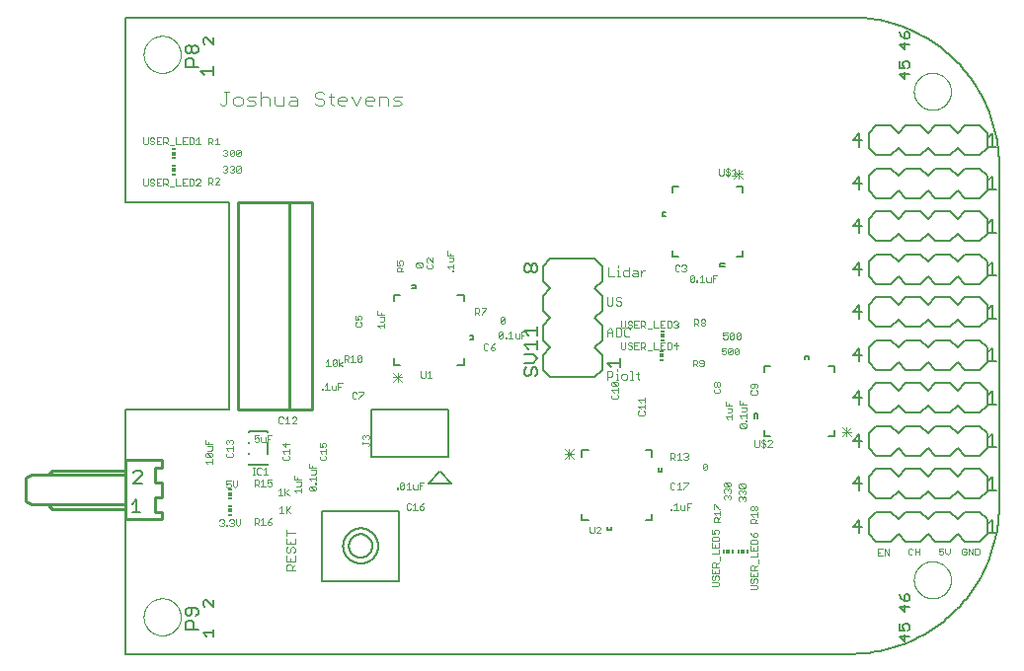
<source format=gto>
G75*
%MOIN*%
%OFA0B0*%
%FSLAX25Y25*%
%IPPOS*%
%LPD*%
%AMOC8*
5,1,8,0,0,1.08239X$1,22.5*
%
%ADD10C,0.00800*%
%ADD11C,0.00200*%
%ADD12C,0.00400*%
%ADD13C,0.00300*%
%ADD14C,0.01000*%
%ADD15R,0.01181X0.00591*%
%ADD16R,0.01181X0.01181*%
%ADD17C,0.00600*%
%ADD18C,0.00500*%
%ADD19C,0.00000*%
%ADD20C,0.00700*%
%ADD21R,0.00591X0.01181*%
D10*
X0055400Y0026400D02*
X0300400Y0026400D01*
X0301608Y0026415D01*
X0302816Y0026458D01*
X0304022Y0026531D01*
X0305226Y0026633D01*
X0306427Y0026765D01*
X0307624Y0026925D01*
X0308818Y0027114D01*
X0310006Y0027331D01*
X0311189Y0027578D01*
X0312366Y0027853D01*
X0313535Y0028156D01*
X0314697Y0028488D01*
X0315851Y0028847D01*
X0316995Y0029234D01*
X0318130Y0029649D01*
X0319255Y0030091D01*
X0320368Y0030560D01*
X0321470Y0031056D01*
X0322560Y0031579D01*
X0323636Y0032127D01*
X0324699Y0032702D01*
X0325748Y0033302D01*
X0326782Y0033927D01*
X0327801Y0034576D01*
X0328803Y0035251D01*
X0329789Y0035949D01*
X0330758Y0036671D01*
X0331709Y0037416D01*
X0332642Y0038184D01*
X0333556Y0038974D01*
X0334451Y0039787D01*
X0335326Y0040620D01*
X0336180Y0041474D01*
X0337013Y0042349D01*
X0337826Y0043244D01*
X0338616Y0044158D01*
X0339384Y0045091D01*
X0340129Y0046042D01*
X0340851Y0047011D01*
X0341549Y0047997D01*
X0342224Y0048999D01*
X0342873Y0050018D01*
X0343498Y0051052D01*
X0344098Y0052101D01*
X0344673Y0053164D01*
X0345221Y0054240D01*
X0345744Y0055330D01*
X0346240Y0056432D01*
X0346709Y0057545D01*
X0347151Y0058670D01*
X0347566Y0059805D01*
X0347953Y0060949D01*
X0348312Y0062103D01*
X0348644Y0063265D01*
X0348947Y0064434D01*
X0349222Y0065611D01*
X0349469Y0066794D01*
X0349686Y0067982D01*
X0349875Y0069176D01*
X0350035Y0070373D01*
X0350167Y0071574D01*
X0350269Y0072778D01*
X0350342Y0073984D01*
X0350385Y0075192D01*
X0350400Y0076400D01*
X0350400Y0191400D01*
X0350385Y0192608D01*
X0350342Y0193816D01*
X0350269Y0195022D01*
X0350167Y0196226D01*
X0350035Y0197427D01*
X0349875Y0198624D01*
X0349686Y0199818D01*
X0349469Y0201006D01*
X0349222Y0202189D01*
X0348947Y0203366D01*
X0348644Y0204535D01*
X0348312Y0205697D01*
X0347953Y0206851D01*
X0347566Y0207995D01*
X0347151Y0209130D01*
X0346709Y0210255D01*
X0346240Y0211368D01*
X0345744Y0212470D01*
X0345221Y0213560D01*
X0344673Y0214636D01*
X0344098Y0215699D01*
X0343498Y0216748D01*
X0342873Y0217782D01*
X0342224Y0218801D01*
X0341549Y0219803D01*
X0340851Y0220789D01*
X0340129Y0221758D01*
X0339384Y0222709D01*
X0338616Y0223642D01*
X0337826Y0224556D01*
X0337013Y0225451D01*
X0336180Y0226326D01*
X0335326Y0227180D01*
X0334451Y0228013D01*
X0333556Y0228826D01*
X0332642Y0229616D01*
X0331709Y0230384D01*
X0330758Y0231129D01*
X0329789Y0231851D01*
X0328803Y0232549D01*
X0327801Y0233224D01*
X0326782Y0233873D01*
X0325748Y0234498D01*
X0324699Y0235098D01*
X0323636Y0235673D01*
X0322560Y0236221D01*
X0321470Y0236744D01*
X0320368Y0237240D01*
X0319255Y0237709D01*
X0318130Y0238151D01*
X0316995Y0238566D01*
X0315851Y0238953D01*
X0314697Y0239312D01*
X0313535Y0239644D01*
X0312366Y0239947D01*
X0311189Y0240222D01*
X0310006Y0240469D01*
X0308818Y0240686D01*
X0307624Y0240875D01*
X0306427Y0241035D01*
X0305226Y0241167D01*
X0304022Y0241269D01*
X0302816Y0241342D01*
X0301608Y0241385D01*
X0300400Y0241400D01*
X0055400Y0241400D01*
X0055400Y0178900D01*
X0090400Y0178900D01*
X0090400Y0108900D01*
X0055400Y0108900D01*
X0055400Y0026400D01*
X0075796Y0034696D02*
X0075796Y0036798D01*
X0076497Y0037498D01*
X0077898Y0037498D01*
X0078599Y0036798D01*
X0078599Y0034696D01*
X0080000Y0034696D02*
X0075796Y0034696D01*
X0076497Y0039300D02*
X0077198Y0039300D01*
X0077898Y0040001D01*
X0077898Y0042102D01*
X0076497Y0042102D02*
X0075796Y0041402D01*
X0075796Y0040001D01*
X0076497Y0039300D01*
X0076497Y0042102D02*
X0079299Y0042102D01*
X0080000Y0041402D01*
X0080000Y0040001D01*
X0079299Y0039300D01*
X0082198Y0221998D02*
X0080796Y0223399D01*
X0085000Y0223399D01*
X0085000Y0221998D02*
X0085000Y0224800D01*
X0080000Y0224696D02*
X0075796Y0224696D01*
X0075796Y0226798D01*
X0076497Y0227498D01*
X0077898Y0227498D01*
X0078599Y0226798D01*
X0078599Y0224696D01*
X0078599Y0229300D02*
X0077898Y0230001D01*
X0077898Y0231402D01*
X0078599Y0232102D01*
X0079299Y0232102D01*
X0080000Y0231402D01*
X0080000Y0230001D01*
X0079299Y0229300D01*
X0078599Y0229300D01*
X0077898Y0230001D02*
X0077198Y0229300D01*
X0076497Y0229300D01*
X0075796Y0230001D01*
X0075796Y0231402D01*
X0076497Y0232102D01*
X0077198Y0232102D01*
X0077898Y0231402D01*
D11*
X0078181Y0200802D02*
X0077080Y0200802D01*
X0077080Y0198600D01*
X0078181Y0198600D01*
X0078548Y0198967D01*
X0078548Y0200435D01*
X0078181Y0200802D01*
X0079290Y0200068D02*
X0080024Y0200802D01*
X0080024Y0198600D01*
X0079290Y0198600D02*
X0080758Y0198600D01*
X0083500Y0198500D02*
X0083500Y0200702D01*
X0084601Y0200702D01*
X0084968Y0200335D01*
X0084968Y0199601D01*
X0084601Y0199234D01*
X0083500Y0199234D01*
X0084234Y0199234D02*
X0084968Y0198500D01*
X0085710Y0198500D02*
X0087178Y0198500D01*
X0086444Y0198500D02*
X0086444Y0200702D01*
X0085710Y0199968D01*
X0088867Y0196702D02*
X0089601Y0196702D01*
X0089968Y0196335D01*
X0089968Y0195968D01*
X0089601Y0195601D01*
X0089968Y0195234D01*
X0089968Y0194867D01*
X0089601Y0194500D01*
X0088867Y0194500D01*
X0088500Y0194867D01*
X0089234Y0195601D02*
X0089601Y0195601D01*
X0088500Y0196335D02*
X0088867Y0196702D01*
X0090710Y0196335D02*
X0091077Y0196702D01*
X0091811Y0196702D01*
X0092178Y0196335D01*
X0090710Y0194867D01*
X0091077Y0194500D01*
X0091811Y0194500D01*
X0092178Y0194867D01*
X0092178Y0196335D01*
X0092920Y0196335D02*
X0093287Y0196702D01*
X0094021Y0196702D01*
X0094388Y0196335D01*
X0092920Y0194867D01*
X0093287Y0194500D01*
X0094021Y0194500D01*
X0094388Y0194867D01*
X0094388Y0196335D01*
X0092920Y0196335D02*
X0092920Y0194867D01*
X0090710Y0194867D02*
X0090710Y0196335D01*
X0091077Y0191202D02*
X0091811Y0191202D01*
X0092178Y0190835D01*
X0092178Y0190468D01*
X0091811Y0190101D01*
X0092178Y0189734D01*
X0092178Y0189367D01*
X0091811Y0189000D01*
X0091077Y0189000D01*
X0090710Y0189367D01*
X0089968Y0189367D02*
X0089601Y0189000D01*
X0088867Y0189000D01*
X0088500Y0189367D01*
X0089234Y0190101D02*
X0089601Y0190101D01*
X0089968Y0189734D01*
X0089968Y0189367D01*
X0089601Y0190101D02*
X0089968Y0190468D01*
X0089968Y0190835D01*
X0089601Y0191202D01*
X0088867Y0191202D01*
X0088500Y0190835D01*
X0090710Y0190835D02*
X0091077Y0191202D01*
X0091444Y0190101D02*
X0091811Y0190101D01*
X0092920Y0190835D02*
X0093287Y0191202D01*
X0094021Y0191202D01*
X0094388Y0190835D01*
X0092920Y0189367D01*
X0093287Y0189000D01*
X0094021Y0189000D01*
X0094388Y0189367D01*
X0094388Y0190835D01*
X0092920Y0190835D02*
X0092920Y0189367D01*
X0087178Y0186835D02*
X0086811Y0187202D01*
X0086077Y0187202D01*
X0085710Y0186835D01*
X0084968Y0186835D02*
X0084968Y0186101D01*
X0084601Y0185734D01*
X0083500Y0185734D01*
X0084234Y0185734D02*
X0084968Y0185000D01*
X0085710Y0185000D02*
X0087178Y0186468D01*
X0087178Y0186835D01*
X0087178Y0185000D02*
X0085710Y0185000D01*
X0084968Y0186835D02*
X0084601Y0187202D01*
X0083500Y0187202D01*
X0083500Y0185000D01*
X0080758Y0184600D02*
X0079290Y0184600D01*
X0080758Y0186068D01*
X0080758Y0186435D01*
X0080391Y0186802D01*
X0079657Y0186802D01*
X0079290Y0186435D01*
X0078548Y0186435D02*
X0078548Y0184967D01*
X0078181Y0184600D01*
X0077080Y0184600D01*
X0077080Y0186802D01*
X0078181Y0186802D01*
X0078548Y0186435D01*
X0076338Y0186802D02*
X0074870Y0186802D01*
X0074870Y0184600D01*
X0076338Y0184600D01*
X0075604Y0185701D02*
X0074870Y0185701D01*
X0074128Y0184600D02*
X0072660Y0184600D01*
X0072660Y0186802D01*
X0071918Y0184233D02*
X0070451Y0184233D01*
X0069709Y0184600D02*
X0068975Y0185334D01*
X0069342Y0185334D02*
X0068241Y0185334D01*
X0068241Y0184600D02*
X0068241Y0186802D01*
X0069342Y0186802D01*
X0069709Y0186435D01*
X0069709Y0185701D01*
X0069342Y0185334D01*
X0067499Y0184600D02*
X0066031Y0184600D01*
X0066031Y0186802D01*
X0067499Y0186802D01*
X0066765Y0185701D02*
X0066031Y0185701D01*
X0065289Y0185334D02*
X0065289Y0184967D01*
X0064922Y0184600D01*
X0064188Y0184600D01*
X0063821Y0184967D01*
X0063079Y0184967D02*
X0063079Y0186802D01*
X0063821Y0186435D02*
X0063821Y0186068D01*
X0064188Y0185701D01*
X0064922Y0185701D01*
X0065289Y0185334D01*
X0065289Y0186435D02*
X0064922Y0186802D01*
X0064188Y0186802D01*
X0063821Y0186435D01*
X0063079Y0184967D02*
X0062712Y0184600D01*
X0061978Y0184600D01*
X0061611Y0184967D01*
X0061611Y0186802D01*
X0061978Y0198600D02*
X0062712Y0198600D01*
X0063079Y0198967D01*
X0063079Y0200802D01*
X0063821Y0200435D02*
X0063821Y0200068D01*
X0064188Y0199701D01*
X0064922Y0199701D01*
X0065289Y0199334D01*
X0065289Y0198967D01*
X0064922Y0198600D01*
X0064188Y0198600D01*
X0063821Y0198967D01*
X0063821Y0200435D02*
X0064188Y0200802D01*
X0064922Y0200802D01*
X0065289Y0200435D01*
X0066031Y0200802D02*
X0066031Y0198600D01*
X0067499Y0198600D01*
X0068241Y0198600D02*
X0068241Y0200802D01*
X0069342Y0200802D01*
X0069709Y0200435D01*
X0069709Y0199701D01*
X0069342Y0199334D01*
X0068241Y0199334D01*
X0068975Y0199334D02*
X0069709Y0198600D01*
X0070451Y0198233D02*
X0071918Y0198233D01*
X0072660Y0198600D02*
X0072660Y0200802D01*
X0072660Y0198600D02*
X0074128Y0198600D01*
X0074870Y0198600D02*
X0076338Y0198600D01*
X0075604Y0199701D02*
X0074870Y0199701D01*
X0074870Y0200802D02*
X0074870Y0198600D01*
X0074870Y0200802D02*
X0076338Y0200802D01*
X0067499Y0200802D02*
X0066031Y0200802D01*
X0066031Y0199701D02*
X0066765Y0199701D01*
X0061978Y0198600D02*
X0061611Y0198967D01*
X0061611Y0200802D01*
X0133098Y0140678D02*
X0133098Y0139210D01*
X0134199Y0139210D01*
X0133832Y0139944D01*
X0133832Y0140311D01*
X0134199Y0140678D01*
X0134933Y0140678D01*
X0135300Y0140311D01*
X0135300Y0139577D01*
X0134933Y0139210D01*
X0134933Y0138468D02*
X0135300Y0138101D01*
X0135300Y0137367D01*
X0134933Y0137000D01*
X0133465Y0137000D01*
X0133098Y0137367D01*
X0133098Y0138101D01*
X0133465Y0138468D01*
X0140598Y0137234D02*
X0142800Y0137234D01*
X0142800Y0136500D02*
X0142800Y0137968D01*
X0142433Y0138710D02*
X0142800Y0139077D01*
X0142800Y0140178D01*
X0141332Y0140178D01*
X0141699Y0140920D02*
X0141699Y0141654D01*
X0140598Y0140920D02*
X0140598Y0142388D01*
X0140598Y0140920D02*
X0142800Y0140920D01*
X0142433Y0138710D02*
X0141332Y0138710D01*
X0140598Y0137234D02*
X0141332Y0136500D01*
X0134891Y0127302D02*
X0135258Y0126935D01*
X0133790Y0125467D01*
X0134157Y0125100D01*
X0134891Y0125100D01*
X0135258Y0125467D01*
X0135258Y0126935D01*
X0134891Y0127302D02*
X0134157Y0127302D01*
X0133790Y0126935D01*
X0133790Y0125467D01*
X0133048Y0125100D02*
X0131580Y0125100D01*
X0132314Y0125100D02*
X0132314Y0127302D01*
X0131580Y0126568D01*
X0130838Y0126935D02*
X0130838Y0126201D01*
X0130471Y0125834D01*
X0129370Y0125834D01*
X0129370Y0125100D02*
X0129370Y0127302D01*
X0130471Y0127302D01*
X0130838Y0126935D01*
X0130104Y0125834D02*
X0130838Y0125100D01*
X0128759Y0125068D02*
X0127658Y0124334D01*
X0128759Y0123600D01*
X0127658Y0123600D02*
X0127658Y0125802D01*
X0126916Y0125435D02*
X0125449Y0123967D01*
X0125816Y0123600D01*
X0126549Y0123600D01*
X0126916Y0123967D01*
X0126916Y0125435D01*
X0126549Y0125802D01*
X0125816Y0125802D01*
X0125449Y0125435D01*
X0125449Y0123967D01*
X0124707Y0123600D02*
X0123239Y0123600D01*
X0123973Y0123600D02*
X0123973Y0125802D01*
X0123239Y0125068D01*
X0123604Y0117802D02*
X0123604Y0115600D01*
X0122870Y0115600D02*
X0124338Y0115600D01*
X0125080Y0115967D02*
X0125447Y0115600D01*
X0126548Y0115600D01*
X0126548Y0117068D01*
X0127290Y0116701D02*
X0128024Y0116701D01*
X0127290Y0115600D02*
X0127290Y0117802D01*
X0128758Y0117802D01*
X0125080Y0117068D02*
X0125080Y0115967D01*
X0123604Y0117802D02*
X0122870Y0117068D01*
X0122132Y0115967D02*
X0122132Y0115600D01*
X0121765Y0115600D01*
X0121765Y0115967D01*
X0122132Y0115967D01*
X0132080Y0114435D02*
X0132080Y0112967D01*
X0132447Y0112600D01*
X0133181Y0112600D01*
X0133548Y0112967D01*
X0134290Y0112967D02*
X0134290Y0112600D01*
X0134290Y0112967D02*
X0135758Y0114435D01*
X0135758Y0114802D01*
X0134290Y0114802D01*
X0133548Y0114435D02*
X0133181Y0114802D01*
X0132447Y0114802D01*
X0132080Y0114435D01*
X0135865Y0100258D02*
X0136232Y0100258D01*
X0136599Y0099891D01*
X0136966Y0100258D01*
X0137333Y0100258D01*
X0137700Y0099891D01*
X0137700Y0099157D01*
X0137333Y0098790D01*
X0136599Y0099524D02*
X0136599Y0099891D01*
X0135865Y0100258D02*
X0135498Y0099891D01*
X0135498Y0099157D01*
X0135865Y0098790D01*
X0135498Y0098048D02*
X0135498Y0097314D01*
X0135498Y0097681D02*
X0137333Y0097681D01*
X0137700Y0097314D01*
X0137700Y0096947D01*
X0137333Y0096580D01*
X0123200Y0096657D02*
X0122833Y0096290D01*
X0123200Y0096657D02*
X0123200Y0097391D01*
X0122833Y0097758D01*
X0122099Y0097758D01*
X0121732Y0097391D01*
X0121732Y0097024D01*
X0122099Y0096290D01*
X0120998Y0096290D01*
X0120998Y0097758D01*
X0120998Y0094814D02*
X0123200Y0094814D01*
X0123200Y0094080D02*
X0123200Y0095548D01*
X0121732Y0094080D02*
X0120998Y0094814D01*
X0121365Y0093338D02*
X0120998Y0092971D01*
X0120998Y0092237D01*
X0121365Y0091870D01*
X0122833Y0091870D01*
X0123200Y0092237D01*
X0123200Y0092971D01*
X0122833Y0093338D01*
X0119700Y0089290D02*
X0117498Y0089290D01*
X0117498Y0090758D01*
X0118599Y0090024D02*
X0118599Y0089290D01*
X0118232Y0088548D02*
X0119700Y0088548D01*
X0119700Y0087447D01*
X0119333Y0087080D01*
X0118232Y0087080D01*
X0119700Y0086338D02*
X0119700Y0084870D01*
X0119700Y0085604D02*
X0117498Y0085604D01*
X0118232Y0084870D01*
X0119333Y0084132D02*
X0119700Y0084132D01*
X0119700Y0083765D01*
X0119333Y0083765D01*
X0119333Y0084132D01*
X0119333Y0083023D02*
X0119700Y0082656D01*
X0119700Y0081922D01*
X0119333Y0081556D01*
X0117865Y0083023D01*
X0119333Y0083023D01*
X0119333Y0081556D02*
X0117865Y0081556D01*
X0117498Y0081922D01*
X0117498Y0082656D01*
X0117865Y0083023D01*
X0114700Y0083447D02*
X0114700Y0084548D01*
X0113232Y0084548D01*
X0113599Y0085290D02*
X0113599Y0086024D01*
X0112498Y0085290D02*
X0112498Y0086758D01*
X0112498Y0085290D02*
X0114700Y0085290D01*
X0114700Y0083447D02*
X0114333Y0083080D01*
X0113232Y0083080D01*
X0114700Y0082338D02*
X0114700Y0080870D01*
X0114700Y0081604D02*
X0112498Y0081604D01*
X0113232Y0080870D01*
X0110678Y0080000D02*
X0109577Y0081101D01*
X0109210Y0080734D02*
X0110678Y0082202D01*
X0109210Y0082202D02*
X0109210Y0080000D01*
X0108468Y0080000D02*
X0107000Y0080000D01*
X0107734Y0080000D02*
X0107734Y0082202D01*
X0107000Y0081468D01*
X0104888Y0083367D02*
X0104521Y0083000D01*
X0103787Y0083000D01*
X0103420Y0083367D01*
X0103420Y0084101D02*
X0104154Y0084468D01*
X0104521Y0084468D01*
X0104888Y0084101D01*
X0104888Y0083367D01*
X0103420Y0084101D02*
X0103420Y0085202D01*
X0104888Y0085202D01*
X0103651Y0087000D02*
X0102183Y0087000D01*
X0102917Y0087000D02*
X0102917Y0089202D01*
X0102183Y0088468D01*
X0101441Y0088835D02*
X0101074Y0089202D01*
X0100340Y0089202D01*
X0099973Y0088835D01*
X0099973Y0087367D01*
X0100340Y0087000D01*
X0101074Y0087000D01*
X0101441Y0087367D01*
X0101944Y0085202D02*
X0101944Y0083000D01*
X0101210Y0083000D02*
X0102678Y0083000D01*
X0101210Y0084468D02*
X0101944Y0085202D01*
X0100468Y0084835D02*
X0100468Y0084101D01*
X0100101Y0083734D01*
X0099000Y0083734D01*
X0099734Y0083734D02*
X0100468Y0083000D01*
X0099000Y0083000D02*
X0099000Y0085202D01*
X0100101Y0085202D01*
X0100468Y0084835D01*
X0099234Y0087000D02*
X0098500Y0087000D01*
X0098867Y0087000D02*
X0098867Y0089202D01*
X0098500Y0089202D02*
X0099234Y0089202D01*
X0093258Y0084802D02*
X0093258Y0083334D01*
X0092524Y0082600D01*
X0091790Y0083334D01*
X0091790Y0084802D01*
X0091048Y0084802D02*
X0089580Y0084802D01*
X0089580Y0083701D01*
X0090314Y0084068D01*
X0090681Y0084068D01*
X0091048Y0083701D01*
X0091048Y0082967D01*
X0090681Y0082600D01*
X0089947Y0082600D01*
X0089580Y0082967D01*
X0084700Y0090660D02*
X0084700Y0092128D01*
X0084700Y0091394D02*
X0082498Y0091394D01*
X0083232Y0090660D01*
X0082865Y0092870D02*
X0082498Y0093237D01*
X0082498Y0093971D01*
X0082865Y0094338D01*
X0084333Y0092870D01*
X0084700Y0093237D01*
X0084700Y0093971D01*
X0084333Y0094338D01*
X0082865Y0094338D01*
X0083232Y0095080D02*
X0084333Y0095080D01*
X0084700Y0095447D01*
X0084700Y0096548D01*
X0083232Y0096548D01*
X0083599Y0097290D02*
X0083599Y0098024D01*
X0084700Y0097290D02*
X0082498Y0097290D01*
X0082498Y0098758D01*
X0082865Y0092870D02*
X0084333Y0092870D01*
X0089498Y0093237D02*
X0089865Y0092870D01*
X0091333Y0092870D01*
X0091700Y0093237D01*
X0091700Y0093971D01*
X0091333Y0094338D01*
X0091700Y0095080D02*
X0091700Y0096548D01*
X0091700Y0095814D02*
X0089498Y0095814D01*
X0090232Y0095080D01*
X0089865Y0094338D02*
X0089498Y0093971D01*
X0089498Y0093237D01*
X0089865Y0097290D02*
X0089498Y0097657D01*
X0089498Y0098391D01*
X0089865Y0098758D01*
X0090232Y0098758D01*
X0090599Y0098391D01*
X0090966Y0098758D01*
X0091333Y0098758D01*
X0091700Y0098391D01*
X0091700Y0097657D01*
X0091333Y0097290D01*
X0090599Y0098024D02*
X0090599Y0098391D01*
X0099000Y0098367D02*
X0099367Y0098000D01*
X0100101Y0098000D01*
X0100468Y0098367D01*
X0100468Y0099101D01*
X0100101Y0099468D01*
X0099734Y0099468D01*
X0099000Y0099101D01*
X0099000Y0100202D01*
X0100468Y0100202D01*
X0101210Y0099468D02*
X0101210Y0098367D01*
X0101577Y0098000D01*
X0102678Y0098000D01*
X0102678Y0099468D01*
X0103420Y0099101D02*
X0104154Y0099101D01*
X0103420Y0100202D02*
X0104888Y0100202D01*
X0103420Y0100202D02*
X0103420Y0098000D01*
X0108498Y0097391D02*
X0109599Y0096290D01*
X0109599Y0097758D01*
X0110700Y0097391D02*
X0108498Y0097391D01*
X0108498Y0094814D02*
X0110700Y0094814D01*
X0110700Y0094080D02*
X0110700Y0095548D01*
X0109232Y0094080D02*
X0108498Y0094814D01*
X0108865Y0093338D02*
X0108498Y0092971D01*
X0108498Y0092237D01*
X0108865Y0091870D01*
X0110333Y0091870D01*
X0110700Y0092237D01*
X0110700Y0092971D01*
X0110333Y0093338D01*
X0110194Y0104250D02*
X0110194Y0106452D01*
X0109460Y0105718D01*
X0108718Y0106085D02*
X0108351Y0106452D01*
X0107617Y0106452D01*
X0107250Y0106085D01*
X0107250Y0104617D01*
X0107617Y0104250D01*
X0108351Y0104250D01*
X0108718Y0104617D01*
X0109460Y0104250D02*
X0110928Y0104250D01*
X0111670Y0104250D02*
X0113138Y0105718D01*
X0113138Y0106085D01*
X0112771Y0106452D01*
X0112037Y0106452D01*
X0111670Y0106085D01*
X0111670Y0104250D02*
X0113138Y0104250D01*
X0147056Y0082467D02*
X0147422Y0082467D01*
X0147422Y0082100D01*
X0147056Y0082100D01*
X0147056Y0082467D01*
X0148160Y0082467D02*
X0149628Y0083935D01*
X0149628Y0082467D01*
X0149261Y0082100D01*
X0148527Y0082100D01*
X0148160Y0082467D01*
X0148160Y0083935D01*
X0148527Y0084302D01*
X0149261Y0084302D01*
X0149628Y0083935D01*
X0150370Y0083568D02*
X0151104Y0084302D01*
X0151104Y0082100D01*
X0150370Y0082100D02*
X0151838Y0082100D01*
X0152580Y0082467D02*
X0152947Y0082100D01*
X0154048Y0082100D01*
X0154048Y0083568D01*
X0154790Y0083201D02*
X0155524Y0083201D01*
X0154790Y0084302D02*
X0156258Y0084302D01*
X0154790Y0084302D02*
X0154790Y0082100D01*
X0152580Y0082467D02*
X0152580Y0083568D01*
X0153314Y0077302D02*
X0153314Y0075100D01*
X0152580Y0075100D02*
X0154048Y0075100D01*
X0154790Y0075467D02*
X0155157Y0075100D01*
X0155891Y0075100D01*
X0156258Y0075467D01*
X0156258Y0075834D01*
X0155891Y0076201D01*
X0154790Y0076201D01*
X0154790Y0075467D01*
X0154790Y0076201D02*
X0155524Y0076935D01*
X0156258Y0077302D01*
X0153314Y0077302D02*
X0152580Y0076568D01*
X0151838Y0076935D02*
X0151471Y0077302D01*
X0150737Y0077302D01*
X0150370Y0076935D01*
X0150370Y0075467D01*
X0150737Y0075100D01*
X0151471Y0075100D01*
X0151838Y0075467D01*
X0111178Y0076202D02*
X0109710Y0074734D01*
X0110077Y0075101D02*
X0111178Y0074000D01*
X0109710Y0074000D02*
X0109710Y0076202D01*
X0108234Y0076202D02*
X0108234Y0074000D01*
X0107500Y0074000D02*
X0108968Y0074000D01*
X0107500Y0075468D02*
X0108234Y0076202D01*
X0104888Y0072202D02*
X0104154Y0071835D01*
X0103420Y0071101D01*
X0104521Y0071101D01*
X0104888Y0070734D01*
X0104888Y0070367D01*
X0104521Y0070000D01*
X0103787Y0070000D01*
X0103420Y0070367D01*
X0103420Y0071101D01*
X0102678Y0070000D02*
X0101210Y0070000D01*
X0101944Y0070000D02*
X0101944Y0072202D01*
X0101210Y0071468D01*
X0100468Y0071835D02*
X0100468Y0071101D01*
X0100101Y0070734D01*
X0099000Y0070734D01*
X0099734Y0070734D02*
X0100468Y0070000D01*
X0099000Y0070000D02*
X0099000Y0072202D01*
X0100101Y0072202D01*
X0100468Y0071835D01*
X0094258Y0071802D02*
X0094258Y0070334D01*
X0093524Y0069600D01*
X0092790Y0070334D01*
X0092790Y0071802D01*
X0092048Y0071435D02*
X0091681Y0071802D01*
X0090947Y0071802D01*
X0090580Y0071435D01*
X0091314Y0070701D02*
X0091681Y0070701D01*
X0092048Y0070334D01*
X0092048Y0069967D01*
X0091681Y0069600D01*
X0090947Y0069600D01*
X0090580Y0069967D01*
X0089842Y0069967D02*
X0089842Y0069600D01*
X0089475Y0069600D01*
X0089475Y0069967D01*
X0089842Y0069967D01*
X0088733Y0069967D02*
X0088366Y0069600D01*
X0087632Y0069600D01*
X0087265Y0069967D01*
X0087999Y0070701D02*
X0088366Y0070701D01*
X0088733Y0070334D01*
X0088733Y0069967D01*
X0088366Y0070701D02*
X0088733Y0071068D01*
X0088733Y0071435D01*
X0088366Y0071802D01*
X0087632Y0071802D01*
X0087265Y0071435D01*
X0091681Y0070701D02*
X0092048Y0071068D01*
X0092048Y0071435D01*
X0155300Y0120067D02*
X0155667Y0119700D01*
X0156401Y0119700D01*
X0156768Y0120067D01*
X0156768Y0121902D01*
X0157510Y0121168D02*
X0158244Y0121902D01*
X0158244Y0119700D01*
X0157510Y0119700D02*
X0158978Y0119700D01*
X0155300Y0120067D02*
X0155300Y0121902D01*
X0176500Y0129367D02*
X0176867Y0129000D01*
X0177601Y0129000D01*
X0177968Y0129367D01*
X0178710Y0129367D02*
X0179077Y0129000D01*
X0179811Y0129000D01*
X0180178Y0129367D01*
X0180178Y0129734D01*
X0179811Y0130101D01*
X0178710Y0130101D01*
X0178710Y0129367D01*
X0178710Y0130101D02*
X0179444Y0130835D01*
X0180178Y0131202D01*
X0177968Y0130835D02*
X0177601Y0131202D01*
X0176867Y0131202D01*
X0176500Y0130835D01*
X0176500Y0129367D01*
X0181500Y0133367D02*
X0182968Y0134835D01*
X0182968Y0133367D01*
X0182601Y0133000D01*
X0181867Y0133000D01*
X0181500Y0133367D01*
X0181500Y0134835D01*
X0181867Y0135202D01*
X0182601Y0135202D01*
X0182968Y0134835D01*
X0183710Y0133367D02*
X0184077Y0133367D01*
X0184077Y0133000D01*
X0183710Y0133000D01*
X0183710Y0133367D01*
X0184815Y0133000D02*
X0186283Y0133000D01*
X0185549Y0133000D02*
X0185549Y0135202D01*
X0184815Y0134468D01*
X0187025Y0134468D02*
X0187025Y0133367D01*
X0187392Y0133000D01*
X0188493Y0133000D01*
X0188493Y0134468D01*
X0189235Y0134101D02*
X0189969Y0134101D01*
X0190702Y0135202D02*
X0189235Y0135202D01*
X0189235Y0133000D01*
X0183468Y0138367D02*
X0183101Y0138000D01*
X0182367Y0138000D01*
X0182000Y0138367D01*
X0183468Y0139835D01*
X0183468Y0138367D01*
X0183468Y0139835D02*
X0183101Y0140202D01*
X0182367Y0140202D01*
X0182000Y0139835D01*
X0182000Y0138367D01*
X0177178Y0142835D02*
X0175710Y0141367D01*
X0175710Y0141000D01*
X0174968Y0141000D02*
X0174234Y0141734D01*
X0174601Y0141734D02*
X0173500Y0141734D01*
X0173500Y0141000D02*
X0173500Y0143202D01*
X0174601Y0143202D01*
X0174968Y0142835D01*
X0174968Y0142101D01*
X0174601Y0141734D01*
X0175710Y0143202D02*
X0177178Y0143202D01*
X0177178Y0142835D01*
X0166300Y0155500D02*
X0166300Y0155867D01*
X0165933Y0155867D01*
X0165933Y0155500D01*
X0166300Y0155500D01*
X0166300Y0156605D02*
X0166300Y0158073D01*
X0166300Y0157339D02*
X0164098Y0157339D01*
X0164832Y0156605D01*
X0164832Y0158815D02*
X0165933Y0158815D01*
X0166300Y0159182D01*
X0166300Y0160283D01*
X0164832Y0160283D01*
X0165199Y0161025D02*
X0165199Y0161759D01*
X0164098Y0161025D02*
X0164098Y0162493D01*
X0164098Y0161025D02*
X0166300Y0161025D01*
X0159300Y0160178D02*
X0159300Y0158710D01*
X0157832Y0160178D01*
X0157465Y0160178D01*
X0157098Y0159811D01*
X0157098Y0159077D01*
X0157465Y0158710D01*
X0157465Y0157968D02*
X0157098Y0157601D01*
X0157098Y0156867D01*
X0157465Y0156500D01*
X0158933Y0156500D01*
X0159300Y0156867D01*
X0159300Y0157601D01*
X0158933Y0157968D01*
X0155800Y0158101D02*
X0155433Y0158468D01*
X0153965Y0158468D01*
X0155433Y0157000D01*
X0155800Y0157367D01*
X0155800Y0158101D01*
X0155433Y0157000D02*
X0153965Y0157000D01*
X0153598Y0157367D01*
X0153598Y0158101D01*
X0153965Y0158468D01*
X0149300Y0158811D02*
X0149300Y0158077D01*
X0148933Y0157710D01*
X0148199Y0157710D02*
X0147832Y0158444D01*
X0147832Y0158811D01*
X0148199Y0159178D01*
X0148933Y0159178D01*
X0149300Y0158811D01*
X0148199Y0157710D02*
X0147098Y0157710D01*
X0147098Y0159178D01*
X0147465Y0156968D02*
X0148199Y0156968D01*
X0148566Y0156601D01*
X0148566Y0155500D01*
X0148566Y0156234D02*
X0149300Y0156968D01*
X0149300Y0155500D02*
X0147098Y0155500D01*
X0147098Y0156601D01*
X0147465Y0156968D01*
X0219598Y0118021D02*
X0219598Y0117287D01*
X0219965Y0116920D01*
X0221433Y0116920D01*
X0219965Y0118388D01*
X0221433Y0118388D01*
X0221800Y0118021D01*
X0221800Y0117287D01*
X0221433Y0116920D01*
X0221800Y0116178D02*
X0221800Y0114710D01*
X0221800Y0115444D02*
X0219598Y0115444D01*
X0220332Y0114710D01*
X0219965Y0113968D02*
X0219598Y0113601D01*
X0219598Y0112867D01*
X0219965Y0112500D01*
X0221433Y0112500D01*
X0221800Y0112867D01*
X0221800Y0113601D01*
X0221433Y0113968D01*
X0219598Y0118021D02*
X0219965Y0118388D01*
X0228598Y0112154D02*
X0230800Y0112154D01*
X0230800Y0111420D02*
X0230800Y0112888D01*
X0229332Y0111420D02*
X0228598Y0112154D01*
X0228598Y0109944D02*
X0230800Y0109944D01*
X0230800Y0109210D02*
X0230800Y0110678D01*
X0229332Y0109210D02*
X0228598Y0109944D01*
X0228965Y0108468D02*
X0228598Y0108101D01*
X0228598Y0107367D01*
X0228965Y0107000D01*
X0230433Y0107000D01*
X0230800Y0107367D01*
X0230800Y0108101D01*
X0230433Y0108468D01*
X0239500Y0094202D02*
X0240601Y0094202D01*
X0240968Y0093835D01*
X0240968Y0093101D01*
X0240601Y0092734D01*
X0239500Y0092734D01*
X0240234Y0092734D02*
X0240968Y0092000D01*
X0241710Y0092000D02*
X0243178Y0092000D01*
X0242444Y0092000D02*
X0242444Y0094202D01*
X0241710Y0093468D01*
X0243920Y0093835D02*
X0244287Y0094202D01*
X0245021Y0094202D01*
X0245388Y0093835D01*
X0245388Y0093468D01*
X0245021Y0093101D01*
X0245388Y0092734D01*
X0245388Y0092367D01*
X0245021Y0092000D01*
X0244287Y0092000D01*
X0243920Y0092367D01*
X0244654Y0093101D02*
X0245021Y0093101D01*
X0250500Y0090335D02*
X0250867Y0090702D01*
X0251601Y0090702D01*
X0251968Y0090335D01*
X0250500Y0088867D01*
X0250867Y0088500D01*
X0251601Y0088500D01*
X0251968Y0088867D01*
X0251968Y0090335D01*
X0250500Y0090335D02*
X0250500Y0088867D01*
X0245388Y0084202D02*
X0243920Y0084202D01*
X0245388Y0084202D02*
X0245388Y0083835D01*
X0243920Y0082367D01*
X0243920Y0082000D01*
X0243178Y0082000D02*
X0241710Y0082000D01*
X0242444Y0082000D02*
X0242444Y0084202D01*
X0241710Y0083468D01*
X0240968Y0083835D02*
X0240601Y0084202D01*
X0239867Y0084202D01*
X0239500Y0083835D01*
X0239500Y0082367D01*
X0239867Y0082000D01*
X0240601Y0082000D01*
X0240968Y0082367D01*
X0241339Y0077202D02*
X0241339Y0075000D01*
X0240605Y0075000D02*
X0242073Y0075000D01*
X0242815Y0075367D02*
X0243182Y0075000D01*
X0244283Y0075000D01*
X0244283Y0076468D01*
X0245025Y0076101D02*
X0245759Y0076101D01*
X0245025Y0077202D02*
X0246493Y0077202D01*
X0245025Y0077202D02*
X0245025Y0075000D01*
X0242815Y0075367D02*
X0242815Y0076468D01*
X0241339Y0077202D02*
X0240605Y0076468D01*
X0239867Y0075367D02*
X0239867Y0075000D01*
X0239500Y0075000D01*
X0239500Y0075367D01*
X0239867Y0075367D01*
X0254098Y0075420D02*
X0254098Y0076888D01*
X0254465Y0076888D01*
X0255933Y0075420D01*
X0256300Y0075420D01*
X0256300Y0074678D02*
X0256300Y0073210D01*
X0256300Y0073944D02*
X0254098Y0073944D01*
X0254832Y0073210D01*
X0254465Y0072468D02*
X0255199Y0072468D01*
X0255566Y0072101D01*
X0255566Y0071000D01*
X0255566Y0071734D02*
X0256300Y0072468D01*
X0256300Y0071000D02*
X0254098Y0071000D01*
X0254098Y0072101D01*
X0254465Y0072468D01*
X0254599Y0068258D02*
X0255333Y0068258D01*
X0255700Y0067891D01*
X0255700Y0067157D01*
X0255333Y0066790D01*
X0254599Y0066790D02*
X0254232Y0067524D01*
X0254232Y0067891D01*
X0254599Y0068258D01*
X0253498Y0068258D02*
X0253498Y0066790D01*
X0254599Y0066790D01*
X0253865Y0066048D02*
X0253498Y0065681D01*
X0253498Y0064580D01*
X0255700Y0064580D01*
X0255700Y0065681D01*
X0255333Y0066048D01*
X0253865Y0066048D01*
X0253498Y0063838D02*
X0253498Y0062370D01*
X0255700Y0062370D01*
X0255700Y0063838D01*
X0254599Y0063104D02*
X0254599Y0062370D01*
X0255700Y0061628D02*
X0255700Y0060160D01*
X0253498Y0060160D01*
X0256067Y0059418D02*
X0256067Y0057951D01*
X0255700Y0057209D02*
X0254966Y0056475D01*
X0254966Y0056842D02*
X0254966Y0055741D01*
X0255700Y0055741D02*
X0253498Y0055741D01*
X0253498Y0056842D01*
X0253865Y0057209D01*
X0254599Y0057209D01*
X0254966Y0056842D01*
X0255700Y0054999D02*
X0255700Y0053531D01*
X0253498Y0053531D01*
X0253498Y0054999D01*
X0254599Y0054265D02*
X0254599Y0053531D01*
X0254966Y0052789D02*
X0255333Y0052789D01*
X0255700Y0052422D01*
X0255700Y0051688D01*
X0255333Y0051321D01*
X0255333Y0050579D02*
X0253498Y0050579D01*
X0253865Y0051321D02*
X0254232Y0051321D01*
X0254599Y0051688D01*
X0254599Y0052422D01*
X0254966Y0052789D01*
X0253865Y0052789D02*
X0253498Y0052422D01*
X0253498Y0051688D01*
X0253865Y0051321D01*
X0255333Y0050579D02*
X0255700Y0050212D01*
X0255700Y0049478D01*
X0255333Y0049111D01*
X0253498Y0049111D01*
X0266498Y0049579D02*
X0268333Y0049579D01*
X0268700Y0049212D01*
X0268700Y0048478D01*
X0268333Y0048111D01*
X0266498Y0048111D01*
X0266865Y0050321D02*
X0266498Y0050688D01*
X0266498Y0051422D01*
X0266865Y0051789D01*
X0267599Y0051422D02*
X0267966Y0051789D01*
X0268333Y0051789D01*
X0268700Y0051422D01*
X0268700Y0050688D01*
X0268333Y0050321D01*
X0267599Y0050688D02*
X0267599Y0051422D01*
X0267599Y0050688D02*
X0267232Y0050321D01*
X0266865Y0050321D01*
X0266498Y0052531D02*
X0268700Y0052531D01*
X0268700Y0053999D01*
X0268700Y0054741D02*
X0266498Y0054741D01*
X0266498Y0055842D01*
X0266865Y0056209D01*
X0267599Y0056209D01*
X0267966Y0055842D01*
X0267966Y0054741D01*
X0267966Y0055475D02*
X0268700Y0056209D01*
X0269067Y0056951D02*
X0269067Y0058418D01*
X0268700Y0059160D02*
X0266498Y0059160D01*
X0268700Y0059160D02*
X0268700Y0060628D01*
X0268700Y0061370D02*
X0266498Y0061370D01*
X0266498Y0062838D01*
X0266498Y0063580D02*
X0266498Y0064681D01*
X0266865Y0065048D01*
X0268333Y0065048D01*
X0268700Y0064681D01*
X0268700Y0063580D01*
X0266498Y0063580D01*
X0267599Y0062104D02*
X0267599Y0061370D01*
X0268700Y0061370D02*
X0268700Y0062838D01*
X0268333Y0065790D02*
X0268700Y0066157D01*
X0268700Y0066891D01*
X0268333Y0067258D01*
X0267966Y0067258D01*
X0267599Y0066891D01*
X0267599Y0065790D01*
X0268333Y0065790D01*
X0267599Y0065790D02*
X0266865Y0066524D01*
X0266498Y0067258D01*
X0266598Y0070500D02*
X0266598Y0071601D01*
X0266965Y0071968D01*
X0267699Y0071968D01*
X0268066Y0071601D01*
X0268066Y0070500D01*
X0268066Y0071234D02*
X0268800Y0071968D01*
X0268800Y0072710D02*
X0268800Y0074178D01*
X0268800Y0073444D02*
X0266598Y0073444D01*
X0267332Y0072710D01*
X0267332Y0074920D02*
X0266965Y0074920D01*
X0266598Y0075287D01*
X0266598Y0076021D01*
X0266965Y0076388D01*
X0267332Y0076388D01*
X0267699Y0076021D01*
X0267699Y0075287D01*
X0267332Y0074920D01*
X0267699Y0075287D02*
X0268066Y0074920D01*
X0268433Y0074920D01*
X0268800Y0075287D01*
X0268800Y0076021D01*
X0268433Y0076388D01*
X0268066Y0076388D01*
X0267699Y0076021D01*
X0264800Y0078367D02*
X0264433Y0078000D01*
X0264800Y0078367D02*
X0264800Y0079101D01*
X0264433Y0079468D01*
X0264066Y0079468D01*
X0263699Y0079101D01*
X0263699Y0078734D01*
X0263699Y0079101D02*
X0263332Y0079468D01*
X0262965Y0079468D01*
X0262598Y0079101D01*
X0262598Y0078367D01*
X0262965Y0078000D01*
X0262965Y0080210D02*
X0262598Y0080577D01*
X0262598Y0081311D01*
X0262965Y0081678D01*
X0263332Y0081678D01*
X0263699Y0081311D01*
X0264066Y0081678D01*
X0264433Y0081678D01*
X0264800Y0081311D01*
X0264800Y0080577D01*
X0264433Y0080210D01*
X0263699Y0080944D02*
X0263699Y0081311D01*
X0262965Y0082420D02*
X0262598Y0082787D01*
X0262598Y0083521D01*
X0262965Y0083888D01*
X0264433Y0082420D01*
X0264800Y0082787D01*
X0264800Y0083521D01*
X0264433Y0083888D01*
X0262965Y0083888D01*
X0262965Y0082420D02*
X0264433Y0082420D01*
X0259800Y0081811D02*
X0259800Y0081077D01*
X0259433Y0080710D01*
X0259433Y0079968D02*
X0259800Y0079601D01*
X0259800Y0078867D01*
X0259433Y0078500D01*
X0258699Y0079234D02*
X0258699Y0079601D01*
X0259066Y0079968D01*
X0259433Y0079968D01*
X0258699Y0079601D02*
X0258332Y0079968D01*
X0257965Y0079968D01*
X0257598Y0079601D01*
X0257598Y0078867D01*
X0257965Y0078500D01*
X0257965Y0080710D02*
X0257598Y0081077D01*
X0257598Y0081811D01*
X0257965Y0082178D01*
X0258332Y0082178D01*
X0258699Y0081811D01*
X0259066Y0082178D01*
X0259433Y0082178D01*
X0259800Y0081811D01*
X0258699Y0081811D02*
X0258699Y0081444D01*
X0257965Y0082920D02*
X0257598Y0083287D01*
X0257598Y0084021D01*
X0257965Y0084388D01*
X0259433Y0082920D01*
X0259800Y0083287D01*
X0259800Y0084021D01*
X0259433Y0084388D01*
X0257965Y0084388D01*
X0257965Y0082920D02*
X0259433Y0082920D01*
X0266598Y0070500D02*
X0268800Y0070500D01*
X0266498Y0053999D02*
X0266498Y0052531D01*
X0267599Y0052531D02*
X0267599Y0053265D01*
X0309580Y0059600D02*
X0311048Y0059600D01*
X0311790Y0059600D02*
X0311790Y0061802D01*
X0313258Y0059600D01*
X0313258Y0061802D01*
X0311048Y0061802D02*
X0309580Y0061802D01*
X0309580Y0059600D01*
X0309580Y0060701D02*
X0310314Y0060701D01*
X0319830Y0060217D02*
X0320197Y0059850D01*
X0320931Y0059850D01*
X0321298Y0060217D01*
X0322040Y0059850D02*
X0322040Y0062052D01*
X0321298Y0061685D02*
X0320931Y0062052D01*
X0320197Y0062052D01*
X0319830Y0061685D01*
X0319830Y0060217D01*
X0322040Y0060951D02*
X0323508Y0060951D01*
X0323508Y0062052D02*
X0323508Y0059850D01*
X0330080Y0060217D02*
X0330447Y0059850D01*
X0331181Y0059850D01*
X0331548Y0060217D01*
X0331548Y0060951D01*
X0331181Y0061318D01*
X0330814Y0061318D01*
X0330080Y0060951D01*
X0330080Y0062052D01*
X0331548Y0062052D01*
X0332290Y0062052D02*
X0332290Y0060584D01*
X0333024Y0059850D01*
X0333758Y0060584D01*
X0333758Y0062052D01*
X0337870Y0061685D02*
X0337870Y0060217D01*
X0338237Y0059850D01*
X0338971Y0059850D01*
X0339338Y0060217D01*
X0339338Y0060951D01*
X0338604Y0060951D01*
X0337870Y0061685D02*
X0338237Y0062052D01*
X0338971Y0062052D01*
X0339338Y0061685D01*
X0340080Y0062052D02*
X0341548Y0059850D01*
X0341548Y0062052D01*
X0342290Y0062052D02*
X0342290Y0059850D01*
X0343391Y0059850D01*
X0343758Y0060217D01*
X0343758Y0061685D01*
X0343391Y0062052D01*
X0342290Y0062052D01*
X0340080Y0062052D02*
X0340080Y0059850D01*
X0273788Y0096350D02*
X0272320Y0096350D01*
X0273788Y0097818D01*
X0273788Y0098185D01*
X0273421Y0098552D01*
X0272687Y0098552D01*
X0272320Y0098185D01*
X0271578Y0098185D02*
X0271211Y0098552D01*
X0270477Y0098552D01*
X0270110Y0098185D01*
X0270110Y0097818D01*
X0270477Y0097451D01*
X0271211Y0097451D01*
X0271578Y0097084D01*
X0271578Y0096717D01*
X0271211Y0096350D01*
X0270477Y0096350D01*
X0270110Y0096717D01*
X0269368Y0096717D02*
X0269368Y0098552D01*
X0267900Y0098552D02*
X0267900Y0096717D01*
X0268267Y0096350D01*
X0269001Y0096350D01*
X0269368Y0096717D01*
X0270844Y0095983D02*
X0270844Y0098919D01*
X0265050Y0103117D02*
X0264683Y0102750D01*
X0263215Y0104218D01*
X0264683Y0104218D01*
X0265050Y0103851D01*
X0265050Y0103117D01*
X0264683Y0102750D02*
X0263215Y0102750D01*
X0262848Y0103117D01*
X0262848Y0103851D01*
X0263215Y0104218D01*
X0264683Y0104960D02*
X0264683Y0105327D01*
X0265050Y0105327D01*
X0265050Y0104960D01*
X0264683Y0104960D01*
X0265050Y0106065D02*
X0265050Y0107533D01*
X0265050Y0106799D02*
X0262848Y0106799D01*
X0263582Y0106065D01*
X0263582Y0108275D02*
X0264683Y0108275D01*
X0265050Y0108642D01*
X0265050Y0109743D01*
X0263582Y0109743D01*
X0263949Y0110485D02*
X0263949Y0111219D01*
X0262848Y0111952D02*
X0262848Y0110485D01*
X0265050Y0110485D01*
X0266965Y0114000D02*
X0266598Y0114367D01*
X0266598Y0115101D01*
X0266965Y0115468D01*
X0266965Y0116210D02*
X0267332Y0116210D01*
X0267699Y0116577D01*
X0267699Y0117678D01*
X0266965Y0117678D02*
X0266598Y0117311D01*
X0266598Y0116577D01*
X0266965Y0116210D01*
X0266965Y0117678D02*
X0268433Y0117678D01*
X0268800Y0117311D01*
X0268800Y0116577D01*
X0268433Y0116210D01*
X0268433Y0115468D02*
X0268800Y0115101D01*
X0268800Y0114367D01*
X0268433Y0114000D01*
X0266965Y0114000D01*
X0260300Y0110170D02*
X0258098Y0110170D01*
X0258098Y0111638D01*
X0259199Y0110904D02*
X0259199Y0110170D01*
X0258832Y0109428D02*
X0260300Y0109428D01*
X0260300Y0108327D01*
X0259933Y0107960D01*
X0258832Y0107960D01*
X0260300Y0107218D02*
X0260300Y0105750D01*
X0260300Y0106484D02*
X0258098Y0106484D01*
X0258832Y0105750D01*
X0255933Y0114500D02*
X0254465Y0114500D01*
X0254098Y0114867D01*
X0254098Y0115601D01*
X0254465Y0115968D01*
X0254465Y0116710D02*
X0254832Y0116710D01*
X0255199Y0117077D01*
X0255199Y0117811D01*
X0255566Y0118178D01*
X0255933Y0118178D01*
X0256300Y0117811D01*
X0256300Y0117077D01*
X0255933Y0116710D01*
X0255566Y0116710D01*
X0255199Y0117077D01*
X0255199Y0117811D02*
X0254832Y0118178D01*
X0254465Y0118178D01*
X0254098Y0117811D01*
X0254098Y0117077D01*
X0254465Y0116710D01*
X0255933Y0115968D02*
X0256300Y0115601D01*
X0256300Y0114867D01*
X0255933Y0114500D01*
X0250311Y0123500D02*
X0250678Y0123867D01*
X0250678Y0125335D01*
X0250311Y0125702D01*
X0249577Y0125702D01*
X0249210Y0125335D01*
X0249210Y0124968D01*
X0249577Y0124601D01*
X0250678Y0124601D01*
X0250311Y0123500D02*
X0249577Y0123500D01*
X0249210Y0123867D01*
X0248468Y0123500D02*
X0247734Y0124234D01*
X0248101Y0124234D02*
X0247000Y0124234D01*
X0247000Y0123500D02*
X0247000Y0125702D01*
X0248101Y0125702D01*
X0248468Y0125335D01*
X0248468Y0124601D01*
X0248101Y0124234D01*
X0241641Y0129350D02*
X0241641Y0131552D01*
X0240540Y0130451D01*
X0242008Y0130451D01*
X0239798Y0129717D02*
X0239798Y0131185D01*
X0239431Y0131552D01*
X0238330Y0131552D01*
X0238330Y0129350D01*
X0239431Y0129350D01*
X0239798Y0129717D01*
X0237588Y0129350D02*
X0236120Y0129350D01*
X0236120Y0131552D01*
X0237588Y0131552D01*
X0236854Y0130451D02*
X0236120Y0130451D01*
X0235378Y0129350D02*
X0233910Y0129350D01*
X0233910Y0131552D01*
X0233168Y0128983D02*
X0231701Y0128983D01*
X0230959Y0129350D02*
X0230225Y0130084D01*
X0230592Y0130084D02*
X0229491Y0130084D01*
X0229491Y0129350D02*
X0229491Y0131552D01*
X0230592Y0131552D01*
X0230959Y0131185D01*
X0230959Y0130451D01*
X0230592Y0130084D01*
X0228749Y0129350D02*
X0227281Y0129350D01*
X0227281Y0131552D01*
X0228749Y0131552D01*
X0228015Y0130451D02*
X0227281Y0130451D01*
X0226539Y0130084D02*
X0226539Y0129717D01*
X0226172Y0129350D01*
X0225438Y0129350D01*
X0225071Y0129717D01*
X0224329Y0129717D02*
X0224329Y0131552D01*
X0225071Y0131185D02*
X0225071Y0130818D01*
X0225438Y0130451D01*
X0226172Y0130451D01*
X0226539Y0130084D01*
X0226539Y0131185D02*
X0226172Y0131552D01*
X0225438Y0131552D01*
X0225071Y0131185D01*
X0224329Y0129717D02*
X0223962Y0129350D01*
X0223228Y0129350D01*
X0222861Y0129717D01*
X0222861Y0131552D01*
X0223228Y0136600D02*
X0223962Y0136600D01*
X0224329Y0136967D01*
X0224329Y0138802D01*
X0225071Y0138435D02*
X0225071Y0138068D01*
X0225438Y0137701D01*
X0226172Y0137701D01*
X0226539Y0137334D01*
X0226539Y0136967D01*
X0226172Y0136600D01*
X0225438Y0136600D01*
X0225071Y0136967D01*
X0225071Y0138435D02*
X0225438Y0138802D01*
X0226172Y0138802D01*
X0226539Y0138435D01*
X0227281Y0138802D02*
X0227281Y0136600D01*
X0228749Y0136600D01*
X0229491Y0136600D02*
X0229491Y0138802D01*
X0230592Y0138802D01*
X0230959Y0138435D01*
X0230959Y0137701D01*
X0230592Y0137334D01*
X0229491Y0137334D01*
X0230225Y0137334D02*
X0230959Y0136600D01*
X0231701Y0136233D02*
X0233168Y0136233D01*
X0233910Y0136600D02*
X0235378Y0136600D01*
X0236120Y0136600D02*
X0237588Y0136600D01*
X0238330Y0136600D02*
X0238330Y0138802D01*
X0239431Y0138802D01*
X0239798Y0138435D01*
X0239798Y0136967D01*
X0239431Y0136600D01*
X0238330Y0136600D01*
X0236854Y0137701D02*
X0236120Y0137701D01*
X0236120Y0138802D02*
X0236120Y0136600D01*
X0236120Y0138802D02*
X0237588Y0138802D01*
X0240540Y0138435D02*
X0240907Y0138802D01*
X0241641Y0138802D01*
X0242008Y0138435D01*
X0242008Y0138068D01*
X0241641Y0137701D01*
X0242008Y0137334D01*
X0242008Y0136967D01*
X0241641Y0136600D01*
X0240907Y0136600D01*
X0240540Y0136967D01*
X0241274Y0137701D02*
X0241641Y0137701D01*
X0247500Y0137984D02*
X0248601Y0137984D01*
X0248968Y0138351D01*
X0248968Y0139085D01*
X0248601Y0139452D01*
X0247500Y0139452D01*
X0247500Y0137250D01*
X0248234Y0137984D02*
X0248968Y0137250D01*
X0249710Y0137617D02*
X0249710Y0137984D01*
X0250077Y0138351D01*
X0250811Y0138351D01*
X0251178Y0137984D01*
X0251178Y0137617D01*
X0250811Y0137250D01*
X0250077Y0137250D01*
X0249710Y0137617D01*
X0250077Y0138351D02*
X0249710Y0138718D01*
X0249710Y0139085D01*
X0250077Y0139452D01*
X0250811Y0139452D01*
X0251178Y0139085D01*
X0251178Y0138718D01*
X0250811Y0138351D01*
X0257250Y0134952D02*
X0257250Y0133851D01*
X0257984Y0134218D01*
X0258351Y0134218D01*
X0258718Y0133851D01*
X0258718Y0133117D01*
X0258351Y0132750D01*
X0257617Y0132750D01*
X0257250Y0133117D01*
X0257250Y0134952D02*
X0258718Y0134952D01*
X0259460Y0134585D02*
X0259827Y0134952D01*
X0260561Y0134952D01*
X0260928Y0134585D01*
X0259460Y0133117D01*
X0259827Y0132750D01*
X0260561Y0132750D01*
X0260928Y0133117D01*
X0260928Y0134585D01*
X0261670Y0134585D02*
X0262037Y0134952D01*
X0262771Y0134952D01*
X0263138Y0134585D01*
X0261670Y0133117D01*
X0262037Y0132750D01*
X0262771Y0132750D01*
X0263138Y0133117D01*
X0263138Y0134585D01*
X0261670Y0134585D02*
X0261670Y0133117D01*
X0259460Y0133117D02*
X0259460Y0134585D01*
X0259327Y0129702D02*
X0260061Y0129702D01*
X0260428Y0129335D01*
X0258960Y0127867D01*
X0259327Y0127500D01*
X0260061Y0127500D01*
X0260428Y0127867D01*
X0260428Y0129335D01*
X0261170Y0129335D02*
X0261537Y0129702D01*
X0262271Y0129702D01*
X0262638Y0129335D01*
X0261170Y0127867D01*
X0261537Y0127500D01*
X0262271Y0127500D01*
X0262638Y0127867D01*
X0262638Y0129335D01*
X0261170Y0129335D02*
X0261170Y0127867D01*
X0258960Y0127867D02*
X0258960Y0129335D01*
X0259327Y0129702D01*
X0258218Y0129702D02*
X0256750Y0129702D01*
X0256750Y0128601D01*
X0257484Y0128968D01*
X0257851Y0128968D01*
X0258218Y0128601D01*
X0258218Y0127867D01*
X0257851Y0127500D01*
X0257117Y0127500D01*
X0256750Y0127867D01*
X0233910Y0136600D02*
X0233910Y0138802D01*
X0228749Y0138802D02*
X0227281Y0138802D01*
X0227281Y0137701D02*
X0228015Y0137701D01*
X0223228Y0136600D02*
X0222861Y0136967D01*
X0222861Y0138802D01*
X0241080Y0155967D02*
X0241447Y0155600D01*
X0242181Y0155600D01*
X0242548Y0155967D01*
X0243290Y0155967D02*
X0243657Y0155600D01*
X0244391Y0155600D01*
X0244758Y0155967D01*
X0244758Y0156334D01*
X0244391Y0156701D01*
X0244024Y0156701D01*
X0244391Y0156701D02*
X0244758Y0157068D01*
X0244758Y0157435D01*
X0244391Y0157802D01*
X0243657Y0157802D01*
X0243290Y0157435D01*
X0242548Y0157435D02*
X0242181Y0157802D01*
X0241447Y0157802D01*
X0241080Y0157435D01*
X0241080Y0155967D01*
X0246056Y0153935D02*
X0246056Y0152467D01*
X0247523Y0153935D01*
X0247523Y0152467D01*
X0247156Y0152100D01*
X0246422Y0152100D01*
X0246056Y0152467D01*
X0246056Y0153935D02*
X0246422Y0154302D01*
X0247156Y0154302D01*
X0247523Y0153935D01*
X0248265Y0152467D02*
X0248632Y0152467D01*
X0248632Y0152100D01*
X0248265Y0152100D01*
X0248265Y0152467D01*
X0249370Y0152100D02*
X0250838Y0152100D01*
X0250104Y0152100D02*
X0250104Y0154302D01*
X0249370Y0153568D01*
X0251580Y0153568D02*
X0251580Y0152467D01*
X0251947Y0152100D01*
X0253048Y0152100D01*
X0253048Y0153568D01*
X0253790Y0153201D02*
X0254524Y0153201D01*
X0253790Y0154302D02*
X0255258Y0154302D01*
X0253790Y0154302D02*
X0253790Y0152100D01*
X0258844Y0187733D02*
X0258844Y0190669D01*
X0259211Y0190302D02*
X0259578Y0189935D01*
X0259211Y0190302D02*
X0258477Y0190302D01*
X0258110Y0189935D01*
X0258110Y0189568D01*
X0258477Y0189201D01*
X0259211Y0189201D01*
X0259578Y0188834D01*
X0259578Y0188467D01*
X0259211Y0188100D01*
X0258477Y0188100D01*
X0258110Y0188467D01*
X0257368Y0188467D02*
X0257368Y0190302D01*
X0255900Y0190302D02*
X0255900Y0188467D01*
X0256267Y0188100D01*
X0257001Y0188100D01*
X0257368Y0188467D01*
X0260320Y0188100D02*
X0261788Y0188100D01*
X0261054Y0188100D02*
X0261054Y0190302D01*
X0260320Y0189568D01*
X0239500Y0094202D02*
X0239500Y0092000D01*
X0215978Y0069035D02*
X0215611Y0069402D01*
X0214877Y0069402D01*
X0214510Y0069035D01*
X0213768Y0069402D02*
X0213768Y0067567D01*
X0213401Y0067200D01*
X0212667Y0067200D01*
X0212300Y0067567D01*
X0212300Y0069402D01*
X0214510Y0067200D02*
X0215978Y0068668D01*
X0215978Y0069035D01*
X0215978Y0067200D02*
X0214510Y0067200D01*
D12*
X0147968Y0211600D02*
X0145666Y0211600D01*
X0144132Y0211600D02*
X0144132Y0213902D01*
X0143364Y0214669D01*
X0141062Y0214669D01*
X0141062Y0211600D01*
X0139528Y0213135D02*
X0136459Y0213135D01*
X0136459Y0213902D02*
X0137226Y0214669D01*
X0138760Y0214669D01*
X0139528Y0213902D01*
X0139528Y0213135D01*
X0138760Y0211600D02*
X0137226Y0211600D01*
X0136459Y0212367D01*
X0136459Y0213902D01*
X0134924Y0214669D02*
X0133389Y0211600D01*
X0131855Y0214669D01*
X0130320Y0213902D02*
X0130320Y0213135D01*
X0127251Y0213135D01*
X0127251Y0213902D02*
X0128018Y0214669D01*
X0129553Y0214669D01*
X0130320Y0213902D01*
X0129553Y0211600D02*
X0128018Y0211600D01*
X0127251Y0212367D01*
X0127251Y0213902D01*
X0125716Y0214669D02*
X0124181Y0214669D01*
X0124949Y0215437D02*
X0124949Y0212367D01*
X0125716Y0211600D01*
X0122647Y0212367D02*
X0121879Y0211600D01*
X0120345Y0211600D01*
X0119577Y0212367D01*
X0120345Y0213902D02*
X0121879Y0213902D01*
X0122647Y0213135D01*
X0122647Y0212367D01*
X0120345Y0213902D02*
X0119577Y0214669D01*
X0119577Y0215437D01*
X0120345Y0216204D01*
X0121879Y0216204D01*
X0122647Y0215437D01*
X0113439Y0213902D02*
X0113439Y0211600D01*
X0111137Y0211600D01*
X0110370Y0212367D01*
X0111137Y0213135D01*
X0113439Y0213135D01*
X0113439Y0213902D02*
X0112672Y0214669D01*
X0111137Y0214669D01*
X0108835Y0214669D02*
X0108835Y0211600D01*
X0106533Y0211600D01*
X0105766Y0212367D01*
X0105766Y0214669D01*
X0104231Y0213902D02*
X0104231Y0211600D01*
X0104231Y0213902D02*
X0103464Y0214669D01*
X0101929Y0214669D01*
X0101162Y0213902D01*
X0099627Y0214669D02*
X0097325Y0214669D01*
X0096558Y0213902D01*
X0097325Y0213135D01*
X0098860Y0213135D01*
X0099627Y0212367D01*
X0098860Y0211600D01*
X0096558Y0211600D01*
X0095023Y0212367D02*
X0094256Y0211600D01*
X0092721Y0211600D01*
X0091954Y0212367D01*
X0091954Y0213902D01*
X0092721Y0214669D01*
X0094256Y0214669D01*
X0095023Y0213902D01*
X0095023Y0212367D01*
X0090419Y0216204D02*
X0088885Y0216204D01*
X0089652Y0216204D02*
X0089652Y0212367D01*
X0088885Y0211600D01*
X0088117Y0211600D01*
X0087350Y0212367D01*
X0101162Y0211600D02*
X0101162Y0216204D01*
X0145666Y0213902D02*
X0146434Y0214669D01*
X0148736Y0214669D01*
X0147968Y0213135D02*
X0146434Y0213135D01*
X0145666Y0213902D01*
X0147968Y0213135D02*
X0148736Y0212367D01*
X0147968Y0211600D01*
D13*
X0218550Y0156952D02*
X0218550Y0154050D01*
X0220485Y0154050D01*
X0221497Y0154050D02*
X0222464Y0154050D01*
X0221980Y0154050D02*
X0221980Y0155985D01*
X0221497Y0155985D01*
X0221980Y0156952D02*
X0221980Y0157436D01*
X0223461Y0155501D02*
X0223945Y0155985D01*
X0225396Y0155985D01*
X0225396Y0156952D02*
X0225396Y0154050D01*
X0223945Y0154050D01*
X0223461Y0154534D01*
X0223461Y0155501D01*
X0226407Y0154534D02*
X0226891Y0155017D01*
X0228342Y0155017D01*
X0228342Y0155501D02*
X0228342Y0154050D01*
X0226891Y0154050D01*
X0226407Y0154534D01*
X0226891Y0155985D02*
X0227859Y0155985D01*
X0228342Y0155501D01*
X0229354Y0155017D02*
X0230321Y0155985D01*
X0230805Y0155985D01*
X0229354Y0155985D02*
X0229354Y0154050D01*
X0222448Y0146952D02*
X0221480Y0146952D01*
X0220997Y0146469D01*
X0220997Y0145985D01*
X0221480Y0145501D01*
X0222448Y0145501D01*
X0222931Y0145017D01*
X0222931Y0144534D01*
X0222448Y0144050D01*
X0221480Y0144050D01*
X0220997Y0144534D01*
X0219985Y0144534D02*
X0219985Y0146952D01*
X0218050Y0146952D02*
X0218050Y0144534D01*
X0218534Y0144050D01*
X0219501Y0144050D01*
X0219985Y0144534D01*
X0222448Y0146952D02*
X0222931Y0146469D01*
X0222448Y0136452D02*
X0220997Y0136452D01*
X0220997Y0133550D01*
X0222448Y0133550D01*
X0222931Y0134034D01*
X0222931Y0135969D01*
X0222448Y0136452D01*
X0223943Y0135969D02*
X0223943Y0134034D01*
X0224427Y0133550D01*
X0225394Y0133550D01*
X0225878Y0134034D01*
X0225878Y0135969D02*
X0225394Y0136452D01*
X0224427Y0136452D01*
X0223943Y0135969D01*
X0219985Y0135485D02*
X0219985Y0133550D01*
X0219985Y0135001D02*
X0218050Y0135001D01*
X0218050Y0135485D02*
X0218050Y0133550D01*
X0218050Y0135485D02*
X0219017Y0136452D01*
X0219985Y0135485D01*
X0221480Y0122436D02*
X0221480Y0121952D01*
X0221480Y0120985D02*
X0221480Y0119050D01*
X0220997Y0119050D02*
X0221964Y0119050D01*
X0222961Y0119534D02*
X0223445Y0119050D01*
X0224412Y0119050D01*
X0224896Y0119534D01*
X0224896Y0120501D01*
X0224412Y0120985D01*
X0223445Y0120985D01*
X0222961Y0120501D01*
X0222961Y0119534D01*
X0221480Y0120985D02*
X0220997Y0120985D01*
X0219985Y0121469D02*
X0219985Y0120501D01*
X0219501Y0120017D01*
X0218050Y0120017D01*
X0218050Y0119050D02*
X0218050Y0121952D01*
X0219501Y0121952D01*
X0219985Y0121469D01*
X0225907Y0121952D02*
X0226391Y0121952D01*
X0226391Y0119050D01*
X0225907Y0119050D02*
X0226875Y0119050D01*
X0228355Y0119534D02*
X0228355Y0121469D01*
X0227872Y0120985D02*
X0228839Y0120985D01*
X0228355Y0119534D02*
X0228839Y0119050D01*
X0206886Y0095470D02*
X0203750Y0092334D01*
X0205318Y0092334D02*
X0205318Y0095470D01*
X0203750Y0095470D02*
X0206886Y0092334D01*
X0206886Y0093902D02*
X0203750Y0093902D01*
X0148966Y0118250D02*
X0145830Y0121386D01*
X0147398Y0121386D02*
X0147398Y0118250D01*
X0145830Y0118250D02*
X0148966Y0121386D01*
X0148966Y0119818D02*
X0145830Y0119818D01*
X0112730Y0067382D02*
X0109827Y0067382D01*
X0109827Y0066415D02*
X0109827Y0068349D01*
X0109827Y0065403D02*
X0109827Y0063468D01*
X0112730Y0063468D01*
X0112730Y0065403D01*
X0111278Y0064435D02*
X0111278Y0063468D01*
X0111762Y0062456D02*
X0111278Y0061973D01*
X0111278Y0061005D01*
X0110795Y0060521D01*
X0110311Y0060521D01*
X0109827Y0061005D01*
X0109827Y0061973D01*
X0110311Y0062456D01*
X0111762Y0062456D02*
X0112246Y0062456D01*
X0112730Y0061973D01*
X0112730Y0061005D01*
X0112246Y0060521D01*
X0112730Y0059510D02*
X0112730Y0057575D01*
X0109827Y0057575D01*
X0109827Y0059510D01*
X0111278Y0058542D02*
X0111278Y0057575D01*
X0111278Y0056563D02*
X0111762Y0056080D01*
X0111762Y0054628D01*
X0112730Y0054628D02*
X0109827Y0054628D01*
X0109827Y0056080D01*
X0110311Y0056563D01*
X0111278Y0056563D01*
X0111762Y0055596D02*
X0112730Y0056563D01*
X0297414Y0099830D02*
X0300550Y0102966D01*
X0298982Y0102966D02*
X0298982Y0099830D01*
X0300550Y0099830D02*
X0297414Y0102966D01*
X0297414Y0101398D02*
X0300550Y0101398D01*
X0263970Y0186914D02*
X0260834Y0190050D01*
X0262402Y0190050D02*
X0262402Y0186914D01*
X0260834Y0186914D02*
X0263970Y0190050D01*
X0263970Y0188482D02*
X0260834Y0188482D01*
D14*
X0118400Y0178900D02*
X0118400Y0108900D01*
X0110900Y0108900D01*
X0110900Y0178900D01*
X0118400Y0178900D01*
X0110900Y0178900D02*
X0093400Y0178900D01*
X0093400Y0108900D01*
X0110900Y0108900D01*
X0067900Y0091900D02*
X0055400Y0091900D01*
X0055400Y0088400D01*
X0030900Y0088400D01*
X0029500Y0087100D01*
X0023900Y0086900D02*
X0021900Y0085900D01*
X0021900Y0082100D01*
X0021900Y0081700D01*
X0021900Y0082100D02*
X0021900Y0077900D01*
X0023900Y0076900D01*
X0055400Y0076900D01*
X0055400Y0071900D01*
X0067900Y0071900D01*
X0067900Y0074400D01*
X0065400Y0074400D01*
X0065400Y0079400D01*
X0067900Y0079400D01*
X0067900Y0084400D01*
X0065400Y0084400D01*
X0065400Y0089400D01*
X0067900Y0089400D01*
X0067900Y0091900D01*
X0055400Y0088400D02*
X0055400Y0076900D01*
X0055400Y0075400D02*
X0030900Y0075400D01*
X0029500Y0076700D01*
X0023900Y0086900D02*
X0055400Y0086900D01*
D15*
X0090809Y0081876D03*
X0090809Y0078924D03*
X0090809Y0076376D03*
X0090809Y0073424D03*
X0236559Y0125674D03*
X0236559Y0128626D03*
X0236809Y0132424D03*
X0236809Y0135376D03*
X0071809Y0188424D03*
X0071809Y0191376D03*
X0071809Y0193924D03*
X0071809Y0196876D03*
D16*
X0071809Y0195400D03*
X0071809Y0189900D03*
X0090809Y0080400D03*
X0090809Y0074900D03*
X0236559Y0127150D03*
X0236809Y0133900D03*
X0258900Y0060809D03*
X0263900Y0060809D03*
D17*
X0233200Y0071600D02*
X0233200Y0073700D01*
X0233200Y0071600D02*
X0231100Y0071600D01*
X0219600Y0069400D02*
X0219600Y0068400D01*
X0218100Y0068400D01*
X0218100Y0069400D01*
X0211700Y0071600D02*
X0209600Y0071600D01*
X0209600Y0073700D01*
X0235400Y0087800D02*
X0235400Y0089300D01*
X0236400Y0089300D02*
X0236400Y0087800D01*
X0235400Y0087800D01*
X0233200Y0093100D02*
X0233200Y0095200D01*
X0231100Y0095200D01*
X0211700Y0095200D02*
X0209600Y0095200D01*
X0209600Y0093100D01*
X0213900Y0119900D02*
X0198900Y0119900D01*
X0196400Y0122400D01*
X0196400Y0127400D01*
X0198900Y0129900D01*
X0196400Y0132400D01*
X0196400Y0137400D01*
X0198900Y0139900D01*
X0196400Y0142400D01*
X0196400Y0147400D01*
X0198900Y0149900D01*
X0196400Y0152400D01*
X0196400Y0157400D01*
X0198900Y0159900D01*
X0213900Y0159900D01*
X0216400Y0157400D01*
X0216400Y0152400D01*
X0213900Y0149900D01*
X0216400Y0147400D01*
X0216400Y0142400D01*
X0213900Y0139900D01*
X0216400Y0137400D01*
X0216400Y0132400D01*
X0213900Y0129900D01*
X0216400Y0127400D01*
X0216400Y0122400D01*
X0213900Y0119900D01*
X0172900Y0132600D02*
X0172900Y0134100D01*
X0171900Y0134100D01*
X0171900Y0132600D02*
X0172900Y0132600D01*
X0169700Y0126200D02*
X0169700Y0124100D01*
X0167600Y0124100D01*
X0148200Y0124100D02*
X0146100Y0124100D01*
X0146100Y0126200D01*
X0146100Y0145600D02*
X0146100Y0147700D01*
X0148200Y0147700D01*
X0152000Y0149900D02*
X0153500Y0149900D01*
X0153500Y0150900D01*
X0152000Y0150900D01*
X0167600Y0147700D02*
X0169700Y0147700D01*
X0169700Y0145600D01*
X0236900Y0174200D02*
X0237900Y0174200D01*
X0236900Y0174200D02*
X0236900Y0175700D01*
X0237900Y0175700D01*
X0240100Y0182200D02*
X0240100Y0184200D01*
X0242100Y0184200D01*
X0261700Y0184200D02*
X0263700Y0184200D01*
X0263700Y0182200D01*
X0263700Y0162600D02*
X0263700Y0160600D01*
X0261700Y0160600D01*
X0257800Y0158400D02*
X0256300Y0158400D01*
X0256300Y0157400D01*
X0257800Y0157400D01*
X0242100Y0160600D02*
X0240100Y0160600D01*
X0240100Y0162600D01*
X0284700Y0126900D02*
X0284700Y0125900D01*
X0284700Y0126900D02*
X0286200Y0126900D01*
X0286200Y0125900D01*
X0292700Y0123700D02*
X0294700Y0123700D01*
X0294700Y0121700D01*
X0306400Y0124900D02*
X0308900Y0122400D01*
X0313900Y0122400D01*
X0316400Y0124900D01*
X0318900Y0122400D01*
X0323900Y0122400D01*
X0326400Y0124900D01*
X0328900Y0122400D01*
X0333900Y0122400D01*
X0336400Y0124900D01*
X0338900Y0122400D01*
X0343900Y0122400D01*
X0346400Y0124900D01*
X0346400Y0129900D01*
X0343900Y0132400D01*
X0338900Y0132400D01*
X0336400Y0129900D01*
X0333900Y0132400D01*
X0328900Y0132400D01*
X0326400Y0129900D01*
X0323900Y0132400D01*
X0318900Y0132400D01*
X0316400Y0129900D01*
X0313900Y0132400D01*
X0308900Y0132400D01*
X0306400Y0129900D01*
X0306400Y0124900D01*
X0308900Y0117900D02*
X0313900Y0117900D01*
X0316400Y0115400D01*
X0318900Y0117900D01*
X0323900Y0117900D01*
X0326400Y0115400D01*
X0328900Y0117900D01*
X0333900Y0117900D01*
X0336400Y0115400D01*
X0338900Y0117900D01*
X0343900Y0117900D01*
X0346400Y0115400D01*
X0346400Y0110400D01*
X0343900Y0107900D01*
X0338900Y0107900D01*
X0336400Y0110400D01*
X0333900Y0107900D01*
X0328900Y0107900D01*
X0326400Y0110400D01*
X0323900Y0107900D01*
X0318900Y0107900D01*
X0316400Y0110400D01*
X0313900Y0107900D01*
X0308900Y0107900D01*
X0306400Y0110400D01*
X0306400Y0115400D01*
X0308900Y0117900D01*
X0308900Y0103400D02*
X0313900Y0103400D01*
X0316400Y0100900D01*
X0318900Y0103400D01*
X0323900Y0103400D01*
X0326400Y0100900D01*
X0328900Y0103400D01*
X0333900Y0103400D01*
X0336400Y0100900D01*
X0338900Y0103400D01*
X0343900Y0103400D01*
X0346400Y0100900D01*
X0346400Y0095900D01*
X0343900Y0093400D01*
X0338900Y0093400D01*
X0336400Y0095900D01*
X0333900Y0093400D01*
X0328900Y0093400D01*
X0326400Y0095900D01*
X0323900Y0093400D01*
X0318900Y0093400D01*
X0316400Y0095900D01*
X0313900Y0093400D01*
X0308900Y0093400D01*
X0306400Y0095900D01*
X0306400Y0100900D01*
X0308900Y0103400D01*
X0294700Y0102100D02*
X0294700Y0100100D01*
X0292700Y0100100D01*
X0306400Y0086400D02*
X0308900Y0088900D01*
X0313900Y0088900D01*
X0316400Y0086400D01*
X0318900Y0088900D01*
X0323900Y0088900D01*
X0326400Y0086400D01*
X0328900Y0088900D01*
X0333900Y0088900D01*
X0336400Y0086400D01*
X0338900Y0088900D01*
X0343900Y0088900D01*
X0346400Y0086400D01*
X0346400Y0081400D01*
X0343900Y0078900D01*
X0338900Y0078900D01*
X0336400Y0081400D01*
X0333900Y0078900D01*
X0328900Y0078900D01*
X0326400Y0081400D01*
X0323900Y0078900D01*
X0318900Y0078900D01*
X0316400Y0081400D01*
X0313900Y0078900D01*
X0308900Y0078900D01*
X0306400Y0081400D01*
X0306400Y0086400D01*
X0308900Y0074400D02*
X0313900Y0074400D01*
X0316400Y0071900D01*
X0318900Y0074400D01*
X0323900Y0074400D01*
X0326400Y0071900D01*
X0328900Y0074400D01*
X0333900Y0074400D01*
X0336400Y0071900D01*
X0338900Y0074400D01*
X0343900Y0074400D01*
X0346400Y0071900D01*
X0346400Y0066900D01*
X0343900Y0064400D01*
X0338900Y0064400D01*
X0336400Y0066900D01*
X0333900Y0064400D01*
X0328900Y0064400D01*
X0326400Y0066900D01*
X0323900Y0064400D01*
X0318900Y0064400D01*
X0316400Y0066900D01*
X0313900Y0064400D01*
X0308900Y0064400D01*
X0306400Y0066900D01*
X0306400Y0071900D01*
X0308900Y0074400D01*
X0273100Y0100100D02*
X0271100Y0100100D01*
X0271100Y0102100D01*
X0268900Y0106000D02*
X0268900Y0107500D01*
X0267900Y0107500D01*
X0267900Y0106000D01*
X0271100Y0121700D02*
X0271100Y0123700D01*
X0273100Y0123700D01*
X0306400Y0139400D02*
X0308900Y0136900D01*
X0313900Y0136900D01*
X0316400Y0139400D01*
X0318900Y0136900D01*
X0323900Y0136900D01*
X0326400Y0139400D01*
X0328900Y0136900D01*
X0333900Y0136900D01*
X0336400Y0139400D01*
X0338900Y0136900D01*
X0343900Y0136900D01*
X0346400Y0139400D01*
X0346400Y0144400D01*
X0343900Y0146900D01*
X0338900Y0146900D01*
X0336400Y0144400D01*
X0333900Y0146900D01*
X0328900Y0146900D01*
X0326400Y0144400D01*
X0323900Y0146900D01*
X0318900Y0146900D01*
X0316400Y0144400D01*
X0313900Y0146900D01*
X0308900Y0146900D01*
X0306400Y0144400D01*
X0306400Y0139400D01*
X0308900Y0151400D02*
X0306400Y0153900D01*
X0306400Y0158900D01*
X0308900Y0161400D01*
X0313900Y0161400D01*
X0316400Y0158900D01*
X0318900Y0161400D01*
X0323900Y0161400D01*
X0326400Y0158900D01*
X0328900Y0161400D01*
X0333900Y0161400D01*
X0336400Y0158900D01*
X0338900Y0161400D01*
X0343900Y0161400D01*
X0346400Y0158900D01*
X0346400Y0153900D01*
X0343900Y0151400D01*
X0338900Y0151400D01*
X0336400Y0153900D01*
X0333900Y0151400D01*
X0328900Y0151400D01*
X0326400Y0153900D01*
X0323900Y0151400D01*
X0318900Y0151400D01*
X0316400Y0153900D01*
X0313900Y0151400D01*
X0308900Y0151400D01*
X0308900Y0165900D02*
X0306400Y0168400D01*
X0306400Y0173400D01*
X0308900Y0175900D01*
X0313900Y0175900D01*
X0316400Y0173400D01*
X0318900Y0175900D01*
X0323900Y0175900D01*
X0326400Y0173400D01*
X0328900Y0175900D01*
X0333900Y0175900D01*
X0336400Y0173400D01*
X0338900Y0175900D01*
X0343900Y0175900D01*
X0346400Y0173400D01*
X0346400Y0168400D01*
X0343900Y0165900D01*
X0338900Y0165900D01*
X0336400Y0168400D01*
X0333900Y0165900D01*
X0328900Y0165900D01*
X0326400Y0168400D01*
X0323900Y0165900D01*
X0318900Y0165900D01*
X0316400Y0168400D01*
X0313900Y0165900D01*
X0308900Y0165900D01*
X0308900Y0180400D02*
X0306400Y0182900D01*
X0306400Y0187900D01*
X0308900Y0190400D01*
X0313900Y0190400D01*
X0316400Y0187900D01*
X0318900Y0190400D01*
X0323900Y0190400D01*
X0326400Y0187900D01*
X0328900Y0190400D01*
X0333900Y0190400D01*
X0336400Y0187900D01*
X0338900Y0190400D01*
X0343900Y0190400D01*
X0346400Y0187900D01*
X0346400Y0182900D01*
X0343900Y0180400D01*
X0338900Y0180400D01*
X0336400Y0182900D01*
X0333900Y0180400D01*
X0328900Y0180400D01*
X0326400Y0182900D01*
X0323900Y0180400D01*
X0318900Y0180400D01*
X0316400Y0182900D01*
X0313900Y0180400D01*
X0308900Y0180400D01*
X0308900Y0194900D02*
X0306400Y0197400D01*
X0306400Y0202400D01*
X0308900Y0204900D01*
X0313900Y0204900D01*
X0316400Y0202400D01*
X0318900Y0204900D01*
X0323900Y0204900D01*
X0326400Y0202400D01*
X0328900Y0204900D01*
X0333900Y0204900D01*
X0336400Y0202400D01*
X0338900Y0204900D01*
X0343900Y0204900D01*
X0346400Y0202400D01*
X0346400Y0197400D01*
X0343900Y0194900D01*
X0338900Y0194900D01*
X0336400Y0197400D01*
X0333900Y0194900D01*
X0328900Y0194900D01*
X0326400Y0197400D01*
X0323900Y0194900D01*
X0318900Y0194900D01*
X0316400Y0197400D01*
X0313900Y0194900D01*
X0308900Y0194900D01*
X0318399Y0220517D02*
X0318399Y0222785D01*
X0318399Y0224200D02*
X0317831Y0225334D01*
X0317831Y0225901D01*
X0318399Y0226469D01*
X0319533Y0226469D01*
X0320100Y0225901D01*
X0320100Y0224767D01*
X0319533Y0224200D01*
X0318399Y0224200D02*
X0316697Y0224200D01*
X0316697Y0226469D01*
X0316697Y0222218D02*
X0318399Y0220517D01*
X0320100Y0222218D02*
X0316697Y0222218D01*
X0318399Y0230517D02*
X0316697Y0232218D01*
X0320100Y0232218D01*
X0318399Y0232785D02*
X0318399Y0230517D01*
X0318399Y0234200D02*
X0318399Y0235901D01*
X0318966Y0236469D01*
X0319533Y0236469D01*
X0320100Y0235901D01*
X0320100Y0234767D01*
X0319533Y0234200D01*
X0318399Y0234200D01*
X0317264Y0235334D01*
X0316697Y0236469D01*
X0103491Y0101498D02*
X0103491Y0101128D01*
X0103491Y0101498D02*
X0097309Y0101498D01*
X0097309Y0101128D01*
X0097309Y0097955D02*
X0097309Y0097585D01*
X0103491Y0097955D02*
X0103491Y0093845D01*
X0103491Y0090672D02*
X0103491Y0090302D01*
X0097309Y0090302D01*
X0097309Y0090672D01*
X0097309Y0093845D02*
X0097309Y0094215D01*
X0085100Y0044627D02*
X0085100Y0042358D01*
X0082831Y0044627D01*
X0082264Y0044627D01*
X0081697Y0044060D01*
X0081697Y0042926D01*
X0082264Y0042358D01*
X0085100Y0034627D02*
X0085100Y0032358D01*
X0085100Y0033493D02*
X0081697Y0033493D01*
X0082831Y0032358D01*
X0316697Y0032218D02*
X0318399Y0030517D01*
X0318399Y0032785D01*
X0318399Y0034200D02*
X0316697Y0034200D01*
X0316697Y0036469D01*
X0317831Y0035901D02*
X0317831Y0035334D01*
X0318399Y0034200D01*
X0319533Y0034200D02*
X0320100Y0034767D01*
X0320100Y0035901D01*
X0319533Y0036469D01*
X0318399Y0036469D01*
X0317831Y0035901D01*
X0318399Y0040517D02*
X0318399Y0042785D01*
X0318399Y0044200D02*
X0318399Y0045901D01*
X0318966Y0046469D01*
X0319533Y0046469D01*
X0320100Y0045901D01*
X0320100Y0044767D01*
X0319533Y0044200D01*
X0318399Y0044200D01*
X0317264Y0045334D01*
X0316697Y0046469D01*
X0316697Y0042218D02*
X0318399Y0040517D01*
X0320100Y0042218D02*
X0316697Y0042218D01*
X0316697Y0032218D02*
X0320100Y0032218D01*
X0085100Y0232358D02*
X0082831Y0234627D01*
X0082264Y0234627D01*
X0081697Y0234060D01*
X0081697Y0232926D01*
X0082264Y0232358D01*
X0085100Y0232358D02*
X0085100Y0234627D01*
D18*
X0190146Y0157402D02*
X0190897Y0158153D01*
X0191647Y0158153D01*
X0192398Y0157402D01*
X0192398Y0155901D01*
X0191647Y0155150D01*
X0190897Y0155150D01*
X0190146Y0155901D01*
X0190146Y0157402D01*
X0192398Y0157402D02*
X0193149Y0158153D01*
X0193899Y0158153D01*
X0194650Y0157402D01*
X0194650Y0155901D01*
X0193899Y0155150D01*
X0193149Y0155150D01*
X0192398Y0155901D01*
X0194650Y0136964D02*
X0194650Y0133962D01*
X0194650Y0135463D02*
X0190146Y0135463D01*
X0191647Y0133962D01*
X0194650Y0132360D02*
X0194650Y0129358D01*
X0194650Y0130859D02*
X0190146Y0130859D01*
X0191647Y0129358D01*
X0193149Y0127756D02*
X0190146Y0127756D01*
X0193149Y0127756D02*
X0194650Y0126255D01*
X0193149Y0124754D01*
X0190146Y0124754D01*
X0190897Y0123153D02*
X0190146Y0122402D01*
X0190146Y0120901D01*
X0190897Y0120150D01*
X0191647Y0120150D01*
X0192398Y0120901D01*
X0192398Y0122402D01*
X0193149Y0123153D01*
X0193899Y0123153D01*
X0194650Y0122402D01*
X0194650Y0120901D01*
X0193899Y0120150D01*
X0218146Y0124651D02*
X0222650Y0124651D01*
X0222650Y0123150D02*
X0222650Y0126153D01*
X0219647Y0123150D02*
X0218146Y0124651D01*
X0164400Y0108900D02*
X0164400Y0092900D01*
X0138400Y0092900D01*
X0138400Y0108900D01*
X0164400Y0108900D01*
X0161900Y0087900D02*
X0165400Y0083900D01*
X0157900Y0083900D01*
X0161400Y0087900D01*
X0147892Y0074711D02*
X0147892Y0051089D01*
X0121908Y0051089D01*
X0121908Y0074711D01*
X0147892Y0074711D01*
X0130963Y0062900D02*
X0130965Y0063025D01*
X0130971Y0063150D01*
X0130981Y0063274D01*
X0130995Y0063398D01*
X0131012Y0063522D01*
X0131034Y0063645D01*
X0131060Y0063767D01*
X0131089Y0063889D01*
X0131122Y0064009D01*
X0131160Y0064128D01*
X0131200Y0064247D01*
X0131245Y0064363D01*
X0131293Y0064478D01*
X0131345Y0064592D01*
X0131401Y0064704D01*
X0131460Y0064814D01*
X0131522Y0064922D01*
X0131588Y0065029D01*
X0131657Y0065133D01*
X0131730Y0065234D01*
X0131805Y0065334D01*
X0131884Y0065431D01*
X0131966Y0065525D01*
X0132051Y0065617D01*
X0132138Y0065706D01*
X0132229Y0065792D01*
X0132322Y0065875D01*
X0132418Y0065956D01*
X0132516Y0066033D01*
X0132616Y0066107D01*
X0132719Y0066178D01*
X0132824Y0066245D01*
X0132932Y0066310D01*
X0133041Y0066370D01*
X0133152Y0066428D01*
X0133265Y0066481D01*
X0133379Y0066531D01*
X0133495Y0066578D01*
X0133612Y0066620D01*
X0133731Y0066659D01*
X0133851Y0066695D01*
X0133972Y0066726D01*
X0134094Y0066754D01*
X0134216Y0066777D01*
X0134340Y0066797D01*
X0134464Y0066813D01*
X0134588Y0066825D01*
X0134713Y0066833D01*
X0134838Y0066837D01*
X0134962Y0066837D01*
X0135087Y0066833D01*
X0135212Y0066825D01*
X0135336Y0066813D01*
X0135460Y0066797D01*
X0135584Y0066777D01*
X0135706Y0066754D01*
X0135828Y0066726D01*
X0135949Y0066695D01*
X0136069Y0066659D01*
X0136188Y0066620D01*
X0136305Y0066578D01*
X0136421Y0066531D01*
X0136535Y0066481D01*
X0136648Y0066428D01*
X0136759Y0066370D01*
X0136869Y0066310D01*
X0136976Y0066245D01*
X0137081Y0066178D01*
X0137184Y0066107D01*
X0137284Y0066033D01*
X0137382Y0065956D01*
X0137478Y0065875D01*
X0137571Y0065792D01*
X0137662Y0065706D01*
X0137749Y0065617D01*
X0137834Y0065525D01*
X0137916Y0065431D01*
X0137995Y0065334D01*
X0138070Y0065234D01*
X0138143Y0065133D01*
X0138212Y0065029D01*
X0138278Y0064922D01*
X0138340Y0064814D01*
X0138399Y0064704D01*
X0138455Y0064592D01*
X0138507Y0064478D01*
X0138555Y0064363D01*
X0138600Y0064247D01*
X0138640Y0064128D01*
X0138678Y0064009D01*
X0138711Y0063889D01*
X0138740Y0063767D01*
X0138766Y0063645D01*
X0138788Y0063522D01*
X0138805Y0063398D01*
X0138819Y0063274D01*
X0138829Y0063150D01*
X0138835Y0063025D01*
X0138837Y0062900D01*
X0138835Y0062775D01*
X0138829Y0062650D01*
X0138819Y0062526D01*
X0138805Y0062402D01*
X0138788Y0062278D01*
X0138766Y0062155D01*
X0138740Y0062033D01*
X0138711Y0061911D01*
X0138678Y0061791D01*
X0138640Y0061672D01*
X0138600Y0061553D01*
X0138555Y0061437D01*
X0138507Y0061322D01*
X0138455Y0061208D01*
X0138399Y0061096D01*
X0138340Y0060986D01*
X0138278Y0060878D01*
X0138212Y0060771D01*
X0138143Y0060667D01*
X0138070Y0060566D01*
X0137995Y0060466D01*
X0137916Y0060369D01*
X0137834Y0060275D01*
X0137749Y0060183D01*
X0137662Y0060094D01*
X0137571Y0060008D01*
X0137478Y0059925D01*
X0137382Y0059844D01*
X0137284Y0059767D01*
X0137184Y0059693D01*
X0137081Y0059622D01*
X0136976Y0059555D01*
X0136868Y0059490D01*
X0136759Y0059430D01*
X0136648Y0059372D01*
X0136535Y0059319D01*
X0136421Y0059269D01*
X0136305Y0059222D01*
X0136188Y0059180D01*
X0136069Y0059141D01*
X0135949Y0059105D01*
X0135828Y0059074D01*
X0135706Y0059046D01*
X0135584Y0059023D01*
X0135460Y0059003D01*
X0135336Y0058987D01*
X0135212Y0058975D01*
X0135087Y0058967D01*
X0134962Y0058963D01*
X0134838Y0058963D01*
X0134713Y0058967D01*
X0134588Y0058975D01*
X0134464Y0058987D01*
X0134340Y0059003D01*
X0134216Y0059023D01*
X0134094Y0059046D01*
X0133972Y0059074D01*
X0133851Y0059105D01*
X0133731Y0059141D01*
X0133612Y0059180D01*
X0133495Y0059222D01*
X0133379Y0059269D01*
X0133265Y0059319D01*
X0133152Y0059372D01*
X0133041Y0059430D01*
X0132931Y0059490D01*
X0132824Y0059555D01*
X0132719Y0059622D01*
X0132616Y0059693D01*
X0132516Y0059767D01*
X0132418Y0059844D01*
X0132322Y0059925D01*
X0132229Y0060008D01*
X0132138Y0060094D01*
X0132051Y0060183D01*
X0131966Y0060275D01*
X0131884Y0060369D01*
X0131805Y0060466D01*
X0131730Y0060566D01*
X0131657Y0060667D01*
X0131588Y0060771D01*
X0131522Y0060878D01*
X0131460Y0060986D01*
X0131401Y0061096D01*
X0131345Y0061208D01*
X0131293Y0061322D01*
X0131245Y0061437D01*
X0131200Y0061553D01*
X0131160Y0061672D01*
X0131122Y0061791D01*
X0131089Y0061911D01*
X0131060Y0062033D01*
X0131034Y0062155D01*
X0131012Y0062278D01*
X0130995Y0062402D01*
X0130981Y0062526D01*
X0130971Y0062650D01*
X0130965Y0062775D01*
X0130963Y0062900D01*
X0128981Y0062900D02*
X0128983Y0063054D01*
X0128989Y0063207D01*
X0128999Y0063361D01*
X0129013Y0063514D01*
X0129031Y0063666D01*
X0129053Y0063818D01*
X0129078Y0063970D01*
X0129108Y0064121D01*
X0129142Y0064271D01*
X0129179Y0064420D01*
X0129221Y0064568D01*
X0129266Y0064714D01*
X0129315Y0064860D01*
X0129368Y0065004D01*
X0129424Y0065147D01*
X0129484Y0065289D01*
X0129548Y0065429D01*
X0129616Y0065567D01*
X0129687Y0065703D01*
X0129761Y0065837D01*
X0129839Y0065970D01*
X0129921Y0066100D01*
X0130005Y0066228D01*
X0130093Y0066354D01*
X0130185Y0066478D01*
X0130279Y0066599D01*
X0130377Y0066718D01*
X0130477Y0066834D01*
X0130581Y0066947D01*
X0130688Y0067058D01*
X0130797Y0067166D01*
X0130909Y0067271D01*
X0131024Y0067373D01*
X0131141Y0067472D01*
X0131261Y0067568D01*
X0131384Y0067661D01*
X0131508Y0067751D01*
X0131636Y0067837D01*
X0131765Y0067921D01*
X0131896Y0068000D01*
X0132030Y0068076D01*
X0132165Y0068149D01*
X0132302Y0068218D01*
X0132441Y0068284D01*
X0132582Y0068346D01*
X0132724Y0068404D01*
X0132868Y0068459D01*
X0133013Y0068510D01*
X0133159Y0068557D01*
X0133306Y0068600D01*
X0133455Y0068640D01*
X0133604Y0068675D01*
X0133755Y0068707D01*
X0133906Y0068735D01*
X0134058Y0068759D01*
X0134210Y0068779D01*
X0134363Y0068795D01*
X0134516Y0068807D01*
X0134670Y0068815D01*
X0134823Y0068819D01*
X0134977Y0068819D01*
X0135130Y0068815D01*
X0135284Y0068807D01*
X0135437Y0068795D01*
X0135590Y0068779D01*
X0135742Y0068759D01*
X0135894Y0068735D01*
X0136045Y0068707D01*
X0136196Y0068675D01*
X0136345Y0068640D01*
X0136494Y0068600D01*
X0136641Y0068557D01*
X0136787Y0068510D01*
X0136932Y0068459D01*
X0137076Y0068404D01*
X0137218Y0068346D01*
X0137359Y0068284D01*
X0137498Y0068218D01*
X0137635Y0068149D01*
X0137770Y0068076D01*
X0137904Y0068000D01*
X0138035Y0067921D01*
X0138164Y0067837D01*
X0138292Y0067751D01*
X0138416Y0067661D01*
X0138539Y0067568D01*
X0138659Y0067472D01*
X0138776Y0067373D01*
X0138891Y0067271D01*
X0139003Y0067166D01*
X0139112Y0067058D01*
X0139219Y0066947D01*
X0139323Y0066834D01*
X0139423Y0066718D01*
X0139521Y0066599D01*
X0139615Y0066478D01*
X0139707Y0066354D01*
X0139795Y0066228D01*
X0139879Y0066100D01*
X0139961Y0065970D01*
X0140039Y0065837D01*
X0140113Y0065703D01*
X0140184Y0065567D01*
X0140252Y0065429D01*
X0140316Y0065289D01*
X0140376Y0065147D01*
X0140432Y0065004D01*
X0140485Y0064860D01*
X0140534Y0064714D01*
X0140579Y0064568D01*
X0140621Y0064420D01*
X0140658Y0064271D01*
X0140692Y0064121D01*
X0140722Y0063970D01*
X0140747Y0063818D01*
X0140769Y0063666D01*
X0140787Y0063514D01*
X0140801Y0063361D01*
X0140811Y0063207D01*
X0140817Y0063054D01*
X0140819Y0062900D01*
X0140817Y0062746D01*
X0140811Y0062593D01*
X0140801Y0062439D01*
X0140787Y0062286D01*
X0140769Y0062134D01*
X0140747Y0061982D01*
X0140722Y0061830D01*
X0140692Y0061679D01*
X0140658Y0061529D01*
X0140621Y0061380D01*
X0140579Y0061232D01*
X0140534Y0061086D01*
X0140485Y0060940D01*
X0140432Y0060796D01*
X0140376Y0060653D01*
X0140316Y0060511D01*
X0140252Y0060371D01*
X0140184Y0060233D01*
X0140113Y0060097D01*
X0140039Y0059963D01*
X0139961Y0059830D01*
X0139879Y0059700D01*
X0139795Y0059572D01*
X0139707Y0059446D01*
X0139615Y0059322D01*
X0139521Y0059201D01*
X0139423Y0059082D01*
X0139323Y0058966D01*
X0139219Y0058853D01*
X0139112Y0058742D01*
X0139003Y0058634D01*
X0138891Y0058529D01*
X0138776Y0058427D01*
X0138659Y0058328D01*
X0138539Y0058232D01*
X0138416Y0058139D01*
X0138292Y0058049D01*
X0138164Y0057963D01*
X0138035Y0057879D01*
X0137904Y0057800D01*
X0137770Y0057724D01*
X0137635Y0057651D01*
X0137498Y0057582D01*
X0137359Y0057516D01*
X0137218Y0057454D01*
X0137076Y0057396D01*
X0136932Y0057341D01*
X0136787Y0057290D01*
X0136641Y0057243D01*
X0136494Y0057200D01*
X0136345Y0057160D01*
X0136196Y0057125D01*
X0136045Y0057093D01*
X0135894Y0057065D01*
X0135742Y0057041D01*
X0135590Y0057021D01*
X0135437Y0057005D01*
X0135284Y0056993D01*
X0135130Y0056985D01*
X0134977Y0056981D01*
X0134823Y0056981D01*
X0134670Y0056985D01*
X0134516Y0056993D01*
X0134363Y0057005D01*
X0134210Y0057021D01*
X0134058Y0057041D01*
X0133906Y0057065D01*
X0133755Y0057093D01*
X0133604Y0057125D01*
X0133455Y0057160D01*
X0133306Y0057200D01*
X0133159Y0057243D01*
X0133013Y0057290D01*
X0132868Y0057341D01*
X0132724Y0057396D01*
X0132582Y0057454D01*
X0132441Y0057516D01*
X0132302Y0057582D01*
X0132165Y0057651D01*
X0132030Y0057724D01*
X0131896Y0057800D01*
X0131765Y0057879D01*
X0131636Y0057963D01*
X0131508Y0058049D01*
X0131384Y0058139D01*
X0131261Y0058232D01*
X0131141Y0058328D01*
X0131024Y0058427D01*
X0130909Y0058529D01*
X0130797Y0058634D01*
X0130688Y0058742D01*
X0130581Y0058853D01*
X0130477Y0058966D01*
X0130377Y0059082D01*
X0130279Y0059201D01*
X0130185Y0059322D01*
X0130093Y0059446D01*
X0130005Y0059572D01*
X0129921Y0059700D01*
X0129839Y0059830D01*
X0129761Y0059963D01*
X0129687Y0060097D01*
X0129616Y0060233D01*
X0129548Y0060371D01*
X0129484Y0060511D01*
X0129424Y0060653D01*
X0129368Y0060796D01*
X0129315Y0060940D01*
X0129266Y0061086D01*
X0129221Y0061232D01*
X0129179Y0061380D01*
X0129142Y0061529D01*
X0129108Y0061679D01*
X0129078Y0061830D01*
X0129053Y0061982D01*
X0129031Y0062134D01*
X0129013Y0062286D01*
X0128999Y0062439D01*
X0128989Y0062593D01*
X0128983Y0062746D01*
X0128981Y0062900D01*
X0301046Y0069402D02*
X0304049Y0069402D01*
X0303298Y0067150D02*
X0303298Y0071654D01*
X0301046Y0069402D01*
X0303298Y0081650D02*
X0303298Y0086154D01*
X0301046Y0083902D01*
X0304049Y0083902D01*
X0303298Y0096150D02*
X0303298Y0100654D01*
X0301046Y0098402D01*
X0304049Y0098402D01*
X0303298Y0110650D02*
X0303298Y0115154D01*
X0301046Y0112902D01*
X0304049Y0112902D01*
X0303298Y0125150D02*
X0303298Y0129654D01*
X0301046Y0127402D01*
X0304049Y0127402D01*
X0303298Y0139650D02*
X0303298Y0144154D01*
X0301046Y0141902D01*
X0304049Y0141902D01*
X0303298Y0154150D02*
X0303298Y0158654D01*
X0301046Y0156402D01*
X0304049Y0156402D01*
X0303298Y0168650D02*
X0303298Y0173154D01*
X0301046Y0170902D01*
X0304049Y0170902D01*
X0303298Y0183150D02*
X0303298Y0187654D01*
X0301046Y0185402D01*
X0304049Y0185402D01*
X0303298Y0197650D02*
X0303298Y0202154D01*
X0301046Y0199902D01*
X0304049Y0199902D01*
X0346546Y0200653D02*
X0348047Y0202154D01*
X0348047Y0197650D01*
X0346546Y0197650D02*
X0349549Y0197650D01*
X0348047Y0187654D02*
X0348047Y0183150D01*
X0346546Y0183150D02*
X0349549Y0183150D01*
X0346546Y0186153D02*
X0348047Y0187654D01*
X0348047Y0173154D02*
X0348047Y0168650D01*
X0346546Y0168650D02*
X0349549Y0168650D01*
X0346546Y0171653D02*
X0348047Y0173154D01*
X0348047Y0158654D02*
X0348047Y0154150D01*
X0346546Y0154150D02*
X0349549Y0154150D01*
X0346546Y0157153D02*
X0348047Y0158654D01*
X0348047Y0144154D02*
X0348047Y0139650D01*
X0346546Y0139650D02*
X0349549Y0139650D01*
X0346546Y0142653D02*
X0348047Y0144154D01*
X0348047Y0129654D02*
X0348047Y0125150D01*
X0346546Y0125150D02*
X0349549Y0125150D01*
X0346546Y0128153D02*
X0348047Y0129654D01*
X0348047Y0115154D02*
X0348047Y0110650D01*
X0346546Y0110650D02*
X0349549Y0110650D01*
X0346546Y0113653D02*
X0348047Y0115154D01*
X0348047Y0100654D02*
X0348047Y0096150D01*
X0346546Y0096150D02*
X0349549Y0096150D01*
X0346546Y0099153D02*
X0348047Y0100654D01*
X0348047Y0086154D02*
X0348047Y0081650D01*
X0346546Y0081650D02*
X0349549Y0081650D01*
X0346546Y0084653D02*
X0348047Y0086154D01*
X0348047Y0071654D02*
X0348047Y0067150D01*
X0346546Y0067150D02*
X0349549Y0067150D01*
X0346546Y0070153D02*
X0348047Y0071654D01*
D19*
X0321650Y0051400D02*
X0321652Y0051558D01*
X0321658Y0051715D01*
X0321668Y0051873D01*
X0321682Y0052030D01*
X0321700Y0052186D01*
X0321721Y0052343D01*
X0321747Y0052498D01*
X0321777Y0052653D01*
X0321810Y0052807D01*
X0321848Y0052960D01*
X0321889Y0053113D01*
X0321934Y0053264D01*
X0321983Y0053414D01*
X0322036Y0053562D01*
X0322092Y0053710D01*
X0322153Y0053855D01*
X0322216Y0054000D01*
X0322284Y0054142D01*
X0322355Y0054283D01*
X0322429Y0054422D01*
X0322507Y0054559D01*
X0322589Y0054694D01*
X0322673Y0054827D01*
X0322762Y0054958D01*
X0322853Y0055086D01*
X0322948Y0055213D01*
X0323045Y0055336D01*
X0323146Y0055458D01*
X0323250Y0055576D01*
X0323357Y0055692D01*
X0323467Y0055805D01*
X0323579Y0055916D01*
X0323695Y0056023D01*
X0323813Y0056128D01*
X0323933Y0056230D01*
X0324056Y0056328D01*
X0324182Y0056424D01*
X0324310Y0056516D01*
X0324440Y0056605D01*
X0324572Y0056691D01*
X0324707Y0056773D01*
X0324844Y0056852D01*
X0324982Y0056927D01*
X0325122Y0056999D01*
X0325265Y0057067D01*
X0325408Y0057132D01*
X0325554Y0057193D01*
X0325701Y0057250D01*
X0325849Y0057304D01*
X0325999Y0057354D01*
X0326149Y0057400D01*
X0326301Y0057442D01*
X0326454Y0057481D01*
X0326608Y0057515D01*
X0326763Y0057546D01*
X0326918Y0057572D01*
X0327074Y0057595D01*
X0327231Y0057614D01*
X0327388Y0057629D01*
X0327545Y0057640D01*
X0327703Y0057647D01*
X0327861Y0057650D01*
X0328018Y0057649D01*
X0328176Y0057644D01*
X0328333Y0057635D01*
X0328491Y0057622D01*
X0328647Y0057605D01*
X0328804Y0057584D01*
X0328959Y0057560D01*
X0329114Y0057531D01*
X0329269Y0057498D01*
X0329422Y0057462D01*
X0329575Y0057421D01*
X0329726Y0057377D01*
X0329876Y0057329D01*
X0330025Y0057278D01*
X0330173Y0057222D01*
X0330319Y0057163D01*
X0330464Y0057100D01*
X0330607Y0057033D01*
X0330748Y0056963D01*
X0330887Y0056890D01*
X0331025Y0056813D01*
X0331161Y0056732D01*
X0331294Y0056648D01*
X0331425Y0056561D01*
X0331554Y0056470D01*
X0331681Y0056376D01*
X0331806Y0056279D01*
X0331927Y0056179D01*
X0332047Y0056076D01*
X0332163Y0055970D01*
X0332277Y0055861D01*
X0332389Y0055749D01*
X0332497Y0055635D01*
X0332602Y0055517D01*
X0332705Y0055397D01*
X0332804Y0055275D01*
X0332900Y0055150D01*
X0332993Y0055022D01*
X0333083Y0054893D01*
X0333169Y0054761D01*
X0333253Y0054627D01*
X0333332Y0054491D01*
X0333409Y0054353D01*
X0333481Y0054213D01*
X0333550Y0054071D01*
X0333616Y0053928D01*
X0333678Y0053783D01*
X0333736Y0053636D01*
X0333791Y0053488D01*
X0333842Y0053339D01*
X0333889Y0053188D01*
X0333932Y0053037D01*
X0333971Y0052884D01*
X0334007Y0052730D01*
X0334038Y0052576D01*
X0334066Y0052421D01*
X0334090Y0052265D01*
X0334110Y0052108D01*
X0334126Y0051951D01*
X0334138Y0051794D01*
X0334146Y0051637D01*
X0334150Y0051479D01*
X0334150Y0051321D01*
X0334146Y0051163D01*
X0334138Y0051006D01*
X0334126Y0050849D01*
X0334110Y0050692D01*
X0334090Y0050535D01*
X0334066Y0050379D01*
X0334038Y0050224D01*
X0334007Y0050070D01*
X0333971Y0049916D01*
X0333932Y0049763D01*
X0333889Y0049612D01*
X0333842Y0049461D01*
X0333791Y0049312D01*
X0333736Y0049164D01*
X0333678Y0049017D01*
X0333616Y0048872D01*
X0333550Y0048729D01*
X0333481Y0048587D01*
X0333409Y0048447D01*
X0333332Y0048309D01*
X0333253Y0048173D01*
X0333169Y0048039D01*
X0333083Y0047907D01*
X0332993Y0047778D01*
X0332900Y0047650D01*
X0332804Y0047525D01*
X0332705Y0047403D01*
X0332602Y0047283D01*
X0332497Y0047165D01*
X0332389Y0047051D01*
X0332277Y0046939D01*
X0332163Y0046830D01*
X0332047Y0046724D01*
X0331927Y0046621D01*
X0331806Y0046521D01*
X0331681Y0046424D01*
X0331554Y0046330D01*
X0331425Y0046239D01*
X0331294Y0046152D01*
X0331161Y0046068D01*
X0331025Y0045987D01*
X0330887Y0045910D01*
X0330748Y0045837D01*
X0330607Y0045767D01*
X0330464Y0045700D01*
X0330319Y0045637D01*
X0330173Y0045578D01*
X0330025Y0045522D01*
X0329876Y0045471D01*
X0329726Y0045423D01*
X0329575Y0045379D01*
X0329422Y0045338D01*
X0329269Y0045302D01*
X0329114Y0045269D01*
X0328959Y0045240D01*
X0328804Y0045216D01*
X0328647Y0045195D01*
X0328491Y0045178D01*
X0328333Y0045165D01*
X0328176Y0045156D01*
X0328018Y0045151D01*
X0327861Y0045150D01*
X0327703Y0045153D01*
X0327545Y0045160D01*
X0327388Y0045171D01*
X0327231Y0045186D01*
X0327074Y0045205D01*
X0326918Y0045228D01*
X0326763Y0045254D01*
X0326608Y0045285D01*
X0326454Y0045319D01*
X0326301Y0045358D01*
X0326149Y0045400D01*
X0325999Y0045446D01*
X0325849Y0045496D01*
X0325701Y0045550D01*
X0325554Y0045607D01*
X0325408Y0045668D01*
X0325265Y0045733D01*
X0325122Y0045801D01*
X0324982Y0045873D01*
X0324844Y0045948D01*
X0324707Y0046027D01*
X0324572Y0046109D01*
X0324440Y0046195D01*
X0324310Y0046284D01*
X0324182Y0046376D01*
X0324056Y0046472D01*
X0323933Y0046570D01*
X0323813Y0046672D01*
X0323695Y0046777D01*
X0323579Y0046884D01*
X0323467Y0046995D01*
X0323357Y0047108D01*
X0323250Y0047224D01*
X0323146Y0047342D01*
X0323045Y0047464D01*
X0322948Y0047587D01*
X0322853Y0047714D01*
X0322762Y0047842D01*
X0322673Y0047973D01*
X0322589Y0048106D01*
X0322507Y0048241D01*
X0322429Y0048378D01*
X0322355Y0048517D01*
X0322284Y0048658D01*
X0322216Y0048800D01*
X0322153Y0048945D01*
X0322092Y0049090D01*
X0322036Y0049238D01*
X0321983Y0049386D01*
X0321934Y0049536D01*
X0321889Y0049687D01*
X0321848Y0049840D01*
X0321810Y0049993D01*
X0321777Y0050147D01*
X0321747Y0050302D01*
X0321721Y0050457D01*
X0321700Y0050614D01*
X0321682Y0050770D01*
X0321668Y0050927D01*
X0321658Y0051085D01*
X0321652Y0051242D01*
X0321650Y0051400D01*
X0321650Y0216400D02*
X0321652Y0216558D01*
X0321658Y0216715D01*
X0321668Y0216873D01*
X0321682Y0217030D01*
X0321700Y0217186D01*
X0321721Y0217343D01*
X0321747Y0217498D01*
X0321777Y0217653D01*
X0321810Y0217807D01*
X0321848Y0217960D01*
X0321889Y0218113D01*
X0321934Y0218264D01*
X0321983Y0218414D01*
X0322036Y0218562D01*
X0322092Y0218710D01*
X0322153Y0218855D01*
X0322216Y0219000D01*
X0322284Y0219142D01*
X0322355Y0219283D01*
X0322429Y0219422D01*
X0322507Y0219559D01*
X0322589Y0219694D01*
X0322673Y0219827D01*
X0322762Y0219958D01*
X0322853Y0220086D01*
X0322948Y0220213D01*
X0323045Y0220336D01*
X0323146Y0220458D01*
X0323250Y0220576D01*
X0323357Y0220692D01*
X0323467Y0220805D01*
X0323579Y0220916D01*
X0323695Y0221023D01*
X0323813Y0221128D01*
X0323933Y0221230D01*
X0324056Y0221328D01*
X0324182Y0221424D01*
X0324310Y0221516D01*
X0324440Y0221605D01*
X0324572Y0221691D01*
X0324707Y0221773D01*
X0324844Y0221852D01*
X0324982Y0221927D01*
X0325122Y0221999D01*
X0325265Y0222067D01*
X0325408Y0222132D01*
X0325554Y0222193D01*
X0325701Y0222250D01*
X0325849Y0222304D01*
X0325999Y0222354D01*
X0326149Y0222400D01*
X0326301Y0222442D01*
X0326454Y0222481D01*
X0326608Y0222515D01*
X0326763Y0222546D01*
X0326918Y0222572D01*
X0327074Y0222595D01*
X0327231Y0222614D01*
X0327388Y0222629D01*
X0327545Y0222640D01*
X0327703Y0222647D01*
X0327861Y0222650D01*
X0328018Y0222649D01*
X0328176Y0222644D01*
X0328333Y0222635D01*
X0328491Y0222622D01*
X0328647Y0222605D01*
X0328804Y0222584D01*
X0328959Y0222560D01*
X0329114Y0222531D01*
X0329269Y0222498D01*
X0329422Y0222462D01*
X0329575Y0222421D01*
X0329726Y0222377D01*
X0329876Y0222329D01*
X0330025Y0222278D01*
X0330173Y0222222D01*
X0330319Y0222163D01*
X0330464Y0222100D01*
X0330607Y0222033D01*
X0330748Y0221963D01*
X0330887Y0221890D01*
X0331025Y0221813D01*
X0331161Y0221732D01*
X0331294Y0221648D01*
X0331425Y0221561D01*
X0331554Y0221470D01*
X0331681Y0221376D01*
X0331806Y0221279D01*
X0331927Y0221179D01*
X0332047Y0221076D01*
X0332163Y0220970D01*
X0332277Y0220861D01*
X0332389Y0220749D01*
X0332497Y0220635D01*
X0332602Y0220517D01*
X0332705Y0220397D01*
X0332804Y0220275D01*
X0332900Y0220150D01*
X0332993Y0220022D01*
X0333083Y0219893D01*
X0333169Y0219761D01*
X0333253Y0219627D01*
X0333332Y0219491D01*
X0333409Y0219353D01*
X0333481Y0219213D01*
X0333550Y0219071D01*
X0333616Y0218928D01*
X0333678Y0218783D01*
X0333736Y0218636D01*
X0333791Y0218488D01*
X0333842Y0218339D01*
X0333889Y0218188D01*
X0333932Y0218037D01*
X0333971Y0217884D01*
X0334007Y0217730D01*
X0334038Y0217576D01*
X0334066Y0217421D01*
X0334090Y0217265D01*
X0334110Y0217108D01*
X0334126Y0216951D01*
X0334138Y0216794D01*
X0334146Y0216637D01*
X0334150Y0216479D01*
X0334150Y0216321D01*
X0334146Y0216163D01*
X0334138Y0216006D01*
X0334126Y0215849D01*
X0334110Y0215692D01*
X0334090Y0215535D01*
X0334066Y0215379D01*
X0334038Y0215224D01*
X0334007Y0215070D01*
X0333971Y0214916D01*
X0333932Y0214763D01*
X0333889Y0214612D01*
X0333842Y0214461D01*
X0333791Y0214312D01*
X0333736Y0214164D01*
X0333678Y0214017D01*
X0333616Y0213872D01*
X0333550Y0213729D01*
X0333481Y0213587D01*
X0333409Y0213447D01*
X0333332Y0213309D01*
X0333253Y0213173D01*
X0333169Y0213039D01*
X0333083Y0212907D01*
X0332993Y0212778D01*
X0332900Y0212650D01*
X0332804Y0212525D01*
X0332705Y0212403D01*
X0332602Y0212283D01*
X0332497Y0212165D01*
X0332389Y0212051D01*
X0332277Y0211939D01*
X0332163Y0211830D01*
X0332047Y0211724D01*
X0331927Y0211621D01*
X0331806Y0211521D01*
X0331681Y0211424D01*
X0331554Y0211330D01*
X0331425Y0211239D01*
X0331294Y0211152D01*
X0331161Y0211068D01*
X0331025Y0210987D01*
X0330887Y0210910D01*
X0330748Y0210837D01*
X0330607Y0210767D01*
X0330464Y0210700D01*
X0330319Y0210637D01*
X0330173Y0210578D01*
X0330025Y0210522D01*
X0329876Y0210471D01*
X0329726Y0210423D01*
X0329575Y0210379D01*
X0329422Y0210338D01*
X0329269Y0210302D01*
X0329114Y0210269D01*
X0328959Y0210240D01*
X0328804Y0210216D01*
X0328647Y0210195D01*
X0328491Y0210178D01*
X0328333Y0210165D01*
X0328176Y0210156D01*
X0328018Y0210151D01*
X0327861Y0210150D01*
X0327703Y0210153D01*
X0327545Y0210160D01*
X0327388Y0210171D01*
X0327231Y0210186D01*
X0327074Y0210205D01*
X0326918Y0210228D01*
X0326763Y0210254D01*
X0326608Y0210285D01*
X0326454Y0210319D01*
X0326301Y0210358D01*
X0326149Y0210400D01*
X0325999Y0210446D01*
X0325849Y0210496D01*
X0325701Y0210550D01*
X0325554Y0210607D01*
X0325408Y0210668D01*
X0325265Y0210733D01*
X0325122Y0210801D01*
X0324982Y0210873D01*
X0324844Y0210948D01*
X0324707Y0211027D01*
X0324572Y0211109D01*
X0324440Y0211195D01*
X0324310Y0211284D01*
X0324182Y0211376D01*
X0324056Y0211472D01*
X0323933Y0211570D01*
X0323813Y0211672D01*
X0323695Y0211777D01*
X0323579Y0211884D01*
X0323467Y0211995D01*
X0323357Y0212108D01*
X0323250Y0212224D01*
X0323146Y0212342D01*
X0323045Y0212464D01*
X0322948Y0212587D01*
X0322853Y0212714D01*
X0322762Y0212842D01*
X0322673Y0212973D01*
X0322589Y0213106D01*
X0322507Y0213241D01*
X0322429Y0213378D01*
X0322355Y0213517D01*
X0322284Y0213658D01*
X0322216Y0213800D01*
X0322153Y0213945D01*
X0322092Y0214090D01*
X0322036Y0214238D01*
X0321983Y0214386D01*
X0321934Y0214536D01*
X0321889Y0214687D01*
X0321848Y0214840D01*
X0321810Y0214993D01*
X0321777Y0215147D01*
X0321747Y0215302D01*
X0321721Y0215457D01*
X0321700Y0215614D01*
X0321682Y0215770D01*
X0321668Y0215927D01*
X0321658Y0216085D01*
X0321652Y0216242D01*
X0321650Y0216400D01*
X0061650Y0228900D02*
X0061652Y0229058D01*
X0061658Y0229215D01*
X0061668Y0229373D01*
X0061682Y0229530D01*
X0061700Y0229686D01*
X0061721Y0229843D01*
X0061747Y0229998D01*
X0061777Y0230153D01*
X0061810Y0230307D01*
X0061848Y0230460D01*
X0061889Y0230613D01*
X0061934Y0230764D01*
X0061983Y0230914D01*
X0062036Y0231062D01*
X0062092Y0231210D01*
X0062153Y0231355D01*
X0062216Y0231500D01*
X0062284Y0231642D01*
X0062355Y0231783D01*
X0062429Y0231922D01*
X0062507Y0232059D01*
X0062589Y0232194D01*
X0062673Y0232327D01*
X0062762Y0232458D01*
X0062853Y0232586D01*
X0062948Y0232713D01*
X0063045Y0232836D01*
X0063146Y0232958D01*
X0063250Y0233076D01*
X0063357Y0233192D01*
X0063467Y0233305D01*
X0063579Y0233416D01*
X0063695Y0233523D01*
X0063813Y0233628D01*
X0063933Y0233730D01*
X0064056Y0233828D01*
X0064182Y0233924D01*
X0064310Y0234016D01*
X0064440Y0234105D01*
X0064572Y0234191D01*
X0064707Y0234273D01*
X0064844Y0234352D01*
X0064982Y0234427D01*
X0065122Y0234499D01*
X0065265Y0234567D01*
X0065408Y0234632D01*
X0065554Y0234693D01*
X0065701Y0234750D01*
X0065849Y0234804D01*
X0065999Y0234854D01*
X0066149Y0234900D01*
X0066301Y0234942D01*
X0066454Y0234981D01*
X0066608Y0235015D01*
X0066763Y0235046D01*
X0066918Y0235072D01*
X0067074Y0235095D01*
X0067231Y0235114D01*
X0067388Y0235129D01*
X0067545Y0235140D01*
X0067703Y0235147D01*
X0067861Y0235150D01*
X0068018Y0235149D01*
X0068176Y0235144D01*
X0068333Y0235135D01*
X0068491Y0235122D01*
X0068647Y0235105D01*
X0068804Y0235084D01*
X0068959Y0235060D01*
X0069114Y0235031D01*
X0069269Y0234998D01*
X0069422Y0234962D01*
X0069575Y0234921D01*
X0069726Y0234877D01*
X0069876Y0234829D01*
X0070025Y0234778D01*
X0070173Y0234722D01*
X0070319Y0234663D01*
X0070464Y0234600D01*
X0070607Y0234533D01*
X0070748Y0234463D01*
X0070887Y0234390D01*
X0071025Y0234313D01*
X0071161Y0234232D01*
X0071294Y0234148D01*
X0071425Y0234061D01*
X0071554Y0233970D01*
X0071681Y0233876D01*
X0071806Y0233779D01*
X0071927Y0233679D01*
X0072047Y0233576D01*
X0072163Y0233470D01*
X0072277Y0233361D01*
X0072389Y0233249D01*
X0072497Y0233135D01*
X0072602Y0233017D01*
X0072705Y0232897D01*
X0072804Y0232775D01*
X0072900Y0232650D01*
X0072993Y0232522D01*
X0073083Y0232393D01*
X0073169Y0232261D01*
X0073253Y0232127D01*
X0073332Y0231991D01*
X0073409Y0231853D01*
X0073481Y0231713D01*
X0073550Y0231571D01*
X0073616Y0231428D01*
X0073678Y0231283D01*
X0073736Y0231136D01*
X0073791Y0230988D01*
X0073842Y0230839D01*
X0073889Y0230688D01*
X0073932Y0230537D01*
X0073971Y0230384D01*
X0074007Y0230230D01*
X0074038Y0230076D01*
X0074066Y0229921D01*
X0074090Y0229765D01*
X0074110Y0229608D01*
X0074126Y0229451D01*
X0074138Y0229294D01*
X0074146Y0229137D01*
X0074150Y0228979D01*
X0074150Y0228821D01*
X0074146Y0228663D01*
X0074138Y0228506D01*
X0074126Y0228349D01*
X0074110Y0228192D01*
X0074090Y0228035D01*
X0074066Y0227879D01*
X0074038Y0227724D01*
X0074007Y0227570D01*
X0073971Y0227416D01*
X0073932Y0227263D01*
X0073889Y0227112D01*
X0073842Y0226961D01*
X0073791Y0226812D01*
X0073736Y0226664D01*
X0073678Y0226517D01*
X0073616Y0226372D01*
X0073550Y0226229D01*
X0073481Y0226087D01*
X0073409Y0225947D01*
X0073332Y0225809D01*
X0073253Y0225673D01*
X0073169Y0225539D01*
X0073083Y0225407D01*
X0072993Y0225278D01*
X0072900Y0225150D01*
X0072804Y0225025D01*
X0072705Y0224903D01*
X0072602Y0224783D01*
X0072497Y0224665D01*
X0072389Y0224551D01*
X0072277Y0224439D01*
X0072163Y0224330D01*
X0072047Y0224224D01*
X0071927Y0224121D01*
X0071806Y0224021D01*
X0071681Y0223924D01*
X0071554Y0223830D01*
X0071425Y0223739D01*
X0071294Y0223652D01*
X0071161Y0223568D01*
X0071025Y0223487D01*
X0070887Y0223410D01*
X0070748Y0223337D01*
X0070607Y0223267D01*
X0070464Y0223200D01*
X0070319Y0223137D01*
X0070173Y0223078D01*
X0070025Y0223022D01*
X0069876Y0222971D01*
X0069726Y0222923D01*
X0069575Y0222879D01*
X0069422Y0222838D01*
X0069269Y0222802D01*
X0069114Y0222769D01*
X0068959Y0222740D01*
X0068804Y0222716D01*
X0068647Y0222695D01*
X0068491Y0222678D01*
X0068333Y0222665D01*
X0068176Y0222656D01*
X0068018Y0222651D01*
X0067861Y0222650D01*
X0067703Y0222653D01*
X0067545Y0222660D01*
X0067388Y0222671D01*
X0067231Y0222686D01*
X0067074Y0222705D01*
X0066918Y0222728D01*
X0066763Y0222754D01*
X0066608Y0222785D01*
X0066454Y0222819D01*
X0066301Y0222858D01*
X0066149Y0222900D01*
X0065999Y0222946D01*
X0065849Y0222996D01*
X0065701Y0223050D01*
X0065554Y0223107D01*
X0065408Y0223168D01*
X0065265Y0223233D01*
X0065122Y0223301D01*
X0064982Y0223373D01*
X0064844Y0223448D01*
X0064707Y0223527D01*
X0064572Y0223609D01*
X0064440Y0223695D01*
X0064310Y0223784D01*
X0064182Y0223876D01*
X0064056Y0223972D01*
X0063933Y0224070D01*
X0063813Y0224172D01*
X0063695Y0224277D01*
X0063579Y0224384D01*
X0063467Y0224495D01*
X0063357Y0224608D01*
X0063250Y0224724D01*
X0063146Y0224842D01*
X0063045Y0224964D01*
X0062948Y0225087D01*
X0062853Y0225214D01*
X0062762Y0225342D01*
X0062673Y0225473D01*
X0062589Y0225606D01*
X0062507Y0225741D01*
X0062429Y0225878D01*
X0062355Y0226017D01*
X0062284Y0226158D01*
X0062216Y0226300D01*
X0062153Y0226445D01*
X0062092Y0226590D01*
X0062036Y0226738D01*
X0061983Y0226886D01*
X0061934Y0227036D01*
X0061889Y0227187D01*
X0061848Y0227340D01*
X0061810Y0227493D01*
X0061777Y0227647D01*
X0061747Y0227802D01*
X0061721Y0227957D01*
X0061700Y0228114D01*
X0061682Y0228270D01*
X0061668Y0228427D01*
X0061658Y0228585D01*
X0061652Y0228742D01*
X0061650Y0228900D01*
X0061650Y0038900D02*
X0061652Y0039058D01*
X0061658Y0039215D01*
X0061668Y0039373D01*
X0061682Y0039530D01*
X0061700Y0039686D01*
X0061721Y0039843D01*
X0061747Y0039998D01*
X0061777Y0040153D01*
X0061810Y0040307D01*
X0061848Y0040460D01*
X0061889Y0040613D01*
X0061934Y0040764D01*
X0061983Y0040914D01*
X0062036Y0041062D01*
X0062092Y0041210D01*
X0062153Y0041355D01*
X0062216Y0041500D01*
X0062284Y0041642D01*
X0062355Y0041783D01*
X0062429Y0041922D01*
X0062507Y0042059D01*
X0062589Y0042194D01*
X0062673Y0042327D01*
X0062762Y0042458D01*
X0062853Y0042586D01*
X0062948Y0042713D01*
X0063045Y0042836D01*
X0063146Y0042958D01*
X0063250Y0043076D01*
X0063357Y0043192D01*
X0063467Y0043305D01*
X0063579Y0043416D01*
X0063695Y0043523D01*
X0063813Y0043628D01*
X0063933Y0043730D01*
X0064056Y0043828D01*
X0064182Y0043924D01*
X0064310Y0044016D01*
X0064440Y0044105D01*
X0064572Y0044191D01*
X0064707Y0044273D01*
X0064844Y0044352D01*
X0064982Y0044427D01*
X0065122Y0044499D01*
X0065265Y0044567D01*
X0065408Y0044632D01*
X0065554Y0044693D01*
X0065701Y0044750D01*
X0065849Y0044804D01*
X0065999Y0044854D01*
X0066149Y0044900D01*
X0066301Y0044942D01*
X0066454Y0044981D01*
X0066608Y0045015D01*
X0066763Y0045046D01*
X0066918Y0045072D01*
X0067074Y0045095D01*
X0067231Y0045114D01*
X0067388Y0045129D01*
X0067545Y0045140D01*
X0067703Y0045147D01*
X0067861Y0045150D01*
X0068018Y0045149D01*
X0068176Y0045144D01*
X0068333Y0045135D01*
X0068491Y0045122D01*
X0068647Y0045105D01*
X0068804Y0045084D01*
X0068959Y0045060D01*
X0069114Y0045031D01*
X0069269Y0044998D01*
X0069422Y0044962D01*
X0069575Y0044921D01*
X0069726Y0044877D01*
X0069876Y0044829D01*
X0070025Y0044778D01*
X0070173Y0044722D01*
X0070319Y0044663D01*
X0070464Y0044600D01*
X0070607Y0044533D01*
X0070748Y0044463D01*
X0070887Y0044390D01*
X0071025Y0044313D01*
X0071161Y0044232D01*
X0071294Y0044148D01*
X0071425Y0044061D01*
X0071554Y0043970D01*
X0071681Y0043876D01*
X0071806Y0043779D01*
X0071927Y0043679D01*
X0072047Y0043576D01*
X0072163Y0043470D01*
X0072277Y0043361D01*
X0072389Y0043249D01*
X0072497Y0043135D01*
X0072602Y0043017D01*
X0072705Y0042897D01*
X0072804Y0042775D01*
X0072900Y0042650D01*
X0072993Y0042522D01*
X0073083Y0042393D01*
X0073169Y0042261D01*
X0073253Y0042127D01*
X0073332Y0041991D01*
X0073409Y0041853D01*
X0073481Y0041713D01*
X0073550Y0041571D01*
X0073616Y0041428D01*
X0073678Y0041283D01*
X0073736Y0041136D01*
X0073791Y0040988D01*
X0073842Y0040839D01*
X0073889Y0040688D01*
X0073932Y0040537D01*
X0073971Y0040384D01*
X0074007Y0040230D01*
X0074038Y0040076D01*
X0074066Y0039921D01*
X0074090Y0039765D01*
X0074110Y0039608D01*
X0074126Y0039451D01*
X0074138Y0039294D01*
X0074146Y0039137D01*
X0074150Y0038979D01*
X0074150Y0038821D01*
X0074146Y0038663D01*
X0074138Y0038506D01*
X0074126Y0038349D01*
X0074110Y0038192D01*
X0074090Y0038035D01*
X0074066Y0037879D01*
X0074038Y0037724D01*
X0074007Y0037570D01*
X0073971Y0037416D01*
X0073932Y0037263D01*
X0073889Y0037112D01*
X0073842Y0036961D01*
X0073791Y0036812D01*
X0073736Y0036664D01*
X0073678Y0036517D01*
X0073616Y0036372D01*
X0073550Y0036229D01*
X0073481Y0036087D01*
X0073409Y0035947D01*
X0073332Y0035809D01*
X0073253Y0035673D01*
X0073169Y0035539D01*
X0073083Y0035407D01*
X0072993Y0035278D01*
X0072900Y0035150D01*
X0072804Y0035025D01*
X0072705Y0034903D01*
X0072602Y0034783D01*
X0072497Y0034665D01*
X0072389Y0034551D01*
X0072277Y0034439D01*
X0072163Y0034330D01*
X0072047Y0034224D01*
X0071927Y0034121D01*
X0071806Y0034021D01*
X0071681Y0033924D01*
X0071554Y0033830D01*
X0071425Y0033739D01*
X0071294Y0033652D01*
X0071161Y0033568D01*
X0071025Y0033487D01*
X0070887Y0033410D01*
X0070748Y0033337D01*
X0070607Y0033267D01*
X0070464Y0033200D01*
X0070319Y0033137D01*
X0070173Y0033078D01*
X0070025Y0033022D01*
X0069876Y0032971D01*
X0069726Y0032923D01*
X0069575Y0032879D01*
X0069422Y0032838D01*
X0069269Y0032802D01*
X0069114Y0032769D01*
X0068959Y0032740D01*
X0068804Y0032716D01*
X0068647Y0032695D01*
X0068491Y0032678D01*
X0068333Y0032665D01*
X0068176Y0032656D01*
X0068018Y0032651D01*
X0067861Y0032650D01*
X0067703Y0032653D01*
X0067545Y0032660D01*
X0067388Y0032671D01*
X0067231Y0032686D01*
X0067074Y0032705D01*
X0066918Y0032728D01*
X0066763Y0032754D01*
X0066608Y0032785D01*
X0066454Y0032819D01*
X0066301Y0032858D01*
X0066149Y0032900D01*
X0065999Y0032946D01*
X0065849Y0032996D01*
X0065701Y0033050D01*
X0065554Y0033107D01*
X0065408Y0033168D01*
X0065265Y0033233D01*
X0065122Y0033301D01*
X0064982Y0033373D01*
X0064844Y0033448D01*
X0064707Y0033527D01*
X0064572Y0033609D01*
X0064440Y0033695D01*
X0064310Y0033784D01*
X0064182Y0033876D01*
X0064056Y0033972D01*
X0063933Y0034070D01*
X0063813Y0034172D01*
X0063695Y0034277D01*
X0063579Y0034384D01*
X0063467Y0034495D01*
X0063357Y0034608D01*
X0063250Y0034724D01*
X0063146Y0034842D01*
X0063045Y0034964D01*
X0062948Y0035087D01*
X0062853Y0035214D01*
X0062762Y0035342D01*
X0062673Y0035473D01*
X0062589Y0035606D01*
X0062507Y0035741D01*
X0062429Y0035878D01*
X0062355Y0036017D01*
X0062284Y0036158D01*
X0062216Y0036300D01*
X0062153Y0036445D01*
X0062092Y0036590D01*
X0062036Y0036738D01*
X0061983Y0036886D01*
X0061934Y0037036D01*
X0061889Y0037187D01*
X0061848Y0037340D01*
X0061810Y0037493D01*
X0061777Y0037647D01*
X0061747Y0037802D01*
X0061721Y0037957D01*
X0061700Y0038114D01*
X0061682Y0038270D01*
X0061668Y0038427D01*
X0061658Y0038585D01*
X0061652Y0038742D01*
X0061650Y0038900D01*
D20*
X0060621Y0074156D02*
X0057752Y0074156D01*
X0059187Y0074156D02*
X0059187Y0078460D01*
X0057752Y0077025D01*
X0058252Y0083956D02*
X0061121Y0086825D01*
X0061121Y0087542D01*
X0060404Y0088260D01*
X0058969Y0088260D01*
X0058252Y0087542D01*
X0058252Y0083956D02*
X0061121Y0083956D01*
D21*
X0257424Y0060809D03*
X0260376Y0060809D03*
X0262424Y0060809D03*
X0265376Y0060809D03*
M02*

</source>
